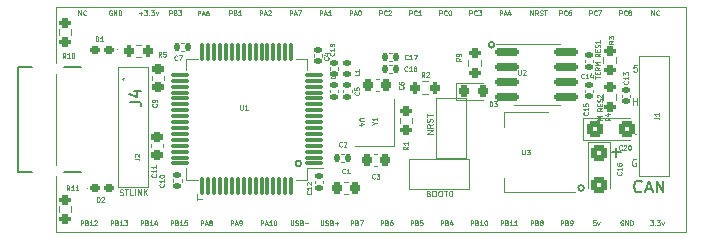
<source format=gto>
G04 #@! TF.GenerationSoftware,KiCad,Pcbnew,(6.0.7-1)-1*
G04 #@! TF.CreationDate,2022-09-30T10:49:52-04:00*
G04 #@! TF.ProjectId,F405_pill,46343035-5f70-4696-9c6c-2e6b69636164,rev?*
G04 #@! TF.SameCoordinates,Original*
G04 #@! TF.FileFunction,Legend,Top*
G04 #@! TF.FilePolarity,Positive*
%FSLAX46Y46*%
G04 Gerber Fmt 4.6, Leading zero omitted, Abs format (unit mm)*
G04 Created by KiCad (PCBNEW (6.0.7-1)-1) date 2022-09-30 10:49:52*
%MOMM*%
%LPD*%
G01*
G04 APERTURE LIST*
G04 Aperture macros list*
%AMRoundRect*
0 Rectangle with rounded corners*
0 $1 Rounding radius*
0 $2 $3 $4 $5 $6 $7 $8 $9 X,Y pos of 4 corners*
0 Add a 4 corners polygon primitive as box body*
4,1,4,$2,$3,$4,$5,$6,$7,$8,$9,$2,$3,0*
0 Add four circle primitives for the rounded corners*
1,1,$1+$1,$2,$3*
1,1,$1+$1,$4,$5*
1,1,$1+$1,$6,$7*
1,1,$1+$1,$8,$9*
0 Add four rect primitives between the rounded corners*
20,1,$1+$1,$2,$3,$4,$5,0*
20,1,$1+$1,$4,$5,$6,$7,0*
20,1,$1+$1,$6,$7,$8,$9,0*
20,1,$1+$1,$8,$9,$2,$3,0*%
G04 Aperture macros list end*
%ADD10C,0.200000*%
%ADD11C,0.060000*%
%ADD12C,0.080000*%
%ADD13C,0.150000*%
%ADD14C,0.090000*%
%ADD15C,0.100000*%
%ADD16C,0.070000*%
%ADD17C,0.120000*%
%ADD18C,0.127000*%
%ADD19RoundRect,0.225000X0.250000X-0.225000X0.250000X0.225000X-0.250000X0.225000X-0.250000X-0.225000X0*%
%ADD20RoundRect,0.225000X-0.250000X0.225000X-0.250000X-0.225000X0.250000X-0.225000X0.250000X0.225000X0*%
%ADD21RoundRect,0.140000X-0.170000X0.140000X-0.170000X-0.140000X0.170000X-0.140000X0.170000X0.140000X0*%
%ADD22RoundRect,0.140000X0.140000X0.170000X-0.140000X0.170000X-0.140000X-0.170000X0.140000X-0.170000X0*%
%ADD23RoundRect,0.200000X-0.275000X0.200000X-0.275000X-0.200000X0.275000X-0.200000X0.275000X0.200000X0*%
%ADD24R,2.000000X1.500000*%
%ADD25R,2.000000X3.800000*%
%ADD26C,1.524000*%
%ADD27R,1.200000X1.400000*%
%ADD28RoundRect,0.200000X0.275000X-0.200000X0.275000X0.200000X-0.275000X0.200000X-0.275000X-0.200000X0*%
%ADD29RoundRect,0.140000X0.170000X-0.140000X0.170000X0.140000X-0.170000X0.140000X-0.170000X-0.140000X0*%
%ADD30RoundRect,0.225000X-0.225000X-0.250000X0.225000X-0.250000X0.225000X0.250000X-0.225000X0.250000X0*%
%ADD31RoundRect,0.140000X-0.140000X-0.170000X0.140000X-0.170000X0.140000X0.170000X-0.140000X0.170000X0*%
%ADD32RoundRect,0.250000X-0.450000X-0.425000X0.450000X-0.425000X0.450000X0.425000X-0.450000X0.425000X0*%
%ADD33RoundRect,0.160000X0.222500X0.160000X-0.222500X0.160000X-0.222500X-0.160000X0.222500X-0.160000X0*%
%ADD34RoundRect,0.075000X0.700000X0.075000X-0.700000X0.075000X-0.700000X-0.075000X0.700000X-0.075000X0*%
%ADD35RoundRect,0.075000X0.075000X0.700000X-0.075000X0.700000X-0.075000X-0.700000X0.075000X-0.700000X0*%
%ADD36RoundRect,0.218750X-0.218750X-0.256250X0.218750X-0.256250X0.218750X0.256250X-0.218750X0.256250X0*%
%ADD37RoundRect,0.225000X0.225000X0.250000X-0.225000X0.250000X-0.225000X-0.250000X0.225000X-0.250000X0*%
%ADD38RoundRect,0.147500X-0.172500X0.147500X-0.172500X-0.147500X0.172500X-0.147500X0.172500X0.147500X0*%
%ADD39RoundRect,0.250000X-0.425000X0.450000X-0.425000X-0.450000X0.425000X-0.450000X0.425000X0.450000X0*%
%ADD40RoundRect,0.150000X-0.825000X-0.150000X0.825000X-0.150000X0.825000X0.150000X-0.825000X0.150000X0*%
%ADD41RoundRect,0.200000X0.200000X0.275000X-0.200000X0.275000X-0.200000X-0.275000X0.200000X-0.275000X0*%
%ADD42C,0.700000*%
%ADD43R,1.450000X0.600000*%
%ADD44R,1.450000X0.300000*%
%ADD45O,2.100000X1.050000*%
%ADD46RoundRect,0.160000X-0.222500X-0.160000X0.222500X-0.160000X0.222500X0.160000X-0.222500X0.160000X0*%
G04 APERTURE END LIST*
D10*
X133460832Y-78380000D02*
G75*
G03*
X133460832Y-78380000I-240832J0D01*
G01*
X141040832Y-90500000D02*
G75*
G03*
X141040832Y-90500000I-240832J0D01*
G01*
X117100832Y-88430000D02*
G75*
G03*
X117100832Y-88430000I-240832J0D01*
G01*
D11*
X128912238Y-93652952D02*
X128912238Y-93252952D01*
X129064619Y-93252952D01*
X129102714Y-93272000D01*
X129121761Y-93291047D01*
X129140809Y-93329142D01*
X129140809Y-93386285D01*
X129121761Y-93424380D01*
X129102714Y-93443428D01*
X129064619Y-93462476D01*
X128912238Y-93462476D01*
X129445571Y-93443428D02*
X129502714Y-93462476D01*
X129521761Y-93481523D01*
X129540809Y-93519619D01*
X129540809Y-93576761D01*
X129521761Y-93614857D01*
X129502714Y-93633904D01*
X129464619Y-93652952D01*
X129312238Y-93652952D01*
X129312238Y-93252952D01*
X129445571Y-93252952D01*
X129483666Y-93272000D01*
X129502714Y-93291047D01*
X129521761Y-93329142D01*
X129521761Y-93367238D01*
X129502714Y-93405333D01*
X129483666Y-93424380D01*
X129445571Y-93443428D01*
X129312238Y-93443428D01*
X129883666Y-93386285D02*
X129883666Y-93652952D01*
X129788428Y-93233904D02*
X129693190Y-93519619D01*
X129940809Y-93519619D01*
X118752238Y-93252952D02*
X118752238Y-93576761D01*
X118771285Y-93614857D01*
X118790333Y-93633904D01*
X118828428Y-93652952D01*
X118904619Y-93652952D01*
X118942714Y-93633904D01*
X118961761Y-93614857D01*
X118980809Y-93576761D01*
X118980809Y-93252952D01*
X119152238Y-93633904D02*
X119209380Y-93652952D01*
X119304619Y-93652952D01*
X119342714Y-93633904D01*
X119361761Y-93614857D01*
X119380809Y-93576761D01*
X119380809Y-93538666D01*
X119361761Y-93500571D01*
X119342714Y-93481523D01*
X119304619Y-93462476D01*
X119228428Y-93443428D01*
X119190333Y-93424380D01*
X119171285Y-93405333D01*
X119152238Y-93367238D01*
X119152238Y-93329142D01*
X119171285Y-93291047D01*
X119190333Y-93272000D01*
X119228428Y-93252952D01*
X119323666Y-93252952D01*
X119380809Y-93272000D01*
X119685571Y-93443428D02*
X119742714Y-93462476D01*
X119761761Y-93481523D01*
X119780809Y-93519619D01*
X119780809Y-93576761D01*
X119761761Y-93614857D01*
X119742714Y-93633904D01*
X119704619Y-93652952D01*
X119552238Y-93652952D01*
X119552238Y-93252952D01*
X119685571Y-93252952D01*
X119723666Y-93272000D01*
X119742714Y-93291047D01*
X119761761Y-93329142D01*
X119761761Y-93367238D01*
X119742714Y-93405333D01*
X119723666Y-93424380D01*
X119685571Y-93443428D01*
X119552238Y-93443428D01*
X119952238Y-93500571D02*
X120257000Y-93500571D01*
X120104619Y-93652952D02*
X120104619Y-93348190D01*
X113672238Y-93652952D02*
X113672238Y-93252952D01*
X113824619Y-93252952D01*
X113862714Y-93272000D01*
X113881761Y-93291047D01*
X113900809Y-93329142D01*
X113900809Y-93386285D01*
X113881761Y-93424380D01*
X113862714Y-93443428D01*
X113824619Y-93462476D01*
X113672238Y-93462476D01*
X114053190Y-93538666D02*
X114243666Y-93538666D01*
X114015095Y-93652952D02*
X114148428Y-93252952D01*
X114281761Y-93652952D01*
X114624619Y-93652952D02*
X114396047Y-93652952D01*
X114510333Y-93652952D02*
X114510333Y-93252952D01*
X114472238Y-93310095D01*
X114434142Y-93348190D01*
X114396047Y-93367238D01*
X114872238Y-93252952D02*
X114910333Y-93252952D01*
X114948428Y-93272000D01*
X114967476Y-93291047D01*
X114986523Y-93329142D01*
X115005571Y-93405333D01*
X115005571Y-93500571D01*
X114986523Y-93576761D01*
X114967476Y-93614857D01*
X114948428Y-93633904D01*
X114910333Y-93652952D01*
X114872238Y-93652952D01*
X114834142Y-93633904D01*
X114815095Y-93614857D01*
X114796047Y-93576761D01*
X114777000Y-93500571D01*
X114777000Y-93405333D01*
X114796047Y-93329142D01*
X114815095Y-93291047D01*
X114834142Y-93272000D01*
X114872238Y-93252952D01*
X146654142Y-93252952D02*
X146901761Y-93252952D01*
X146768428Y-93405333D01*
X146825571Y-93405333D01*
X146863666Y-93424380D01*
X146882714Y-93443428D01*
X146901761Y-93481523D01*
X146901761Y-93576761D01*
X146882714Y-93614857D01*
X146863666Y-93633904D01*
X146825571Y-93652952D01*
X146711285Y-93652952D01*
X146673190Y-93633904D01*
X146654142Y-93614857D01*
X147073190Y-93614857D02*
X147092238Y-93633904D01*
X147073190Y-93652952D01*
X147054142Y-93633904D01*
X147073190Y-93614857D01*
X147073190Y-93652952D01*
X147225571Y-93252952D02*
X147473190Y-93252952D01*
X147339857Y-93405333D01*
X147397000Y-93405333D01*
X147435095Y-93424380D01*
X147454142Y-93443428D01*
X147473190Y-93481523D01*
X147473190Y-93576761D01*
X147454142Y-93614857D01*
X147435095Y-93633904D01*
X147397000Y-93652952D01*
X147282714Y-93652952D01*
X147244619Y-93633904D01*
X147225571Y-93614857D01*
X147606523Y-93386285D02*
X147701761Y-93652952D01*
X147797000Y-93386285D01*
X103512238Y-93652952D02*
X103512238Y-93252952D01*
X103664619Y-93252952D01*
X103702714Y-93272000D01*
X103721761Y-93291047D01*
X103740809Y-93329142D01*
X103740809Y-93386285D01*
X103721761Y-93424380D01*
X103702714Y-93443428D01*
X103664619Y-93462476D01*
X103512238Y-93462476D01*
X104045571Y-93443428D02*
X104102714Y-93462476D01*
X104121761Y-93481523D01*
X104140809Y-93519619D01*
X104140809Y-93576761D01*
X104121761Y-93614857D01*
X104102714Y-93633904D01*
X104064619Y-93652952D01*
X103912238Y-93652952D01*
X103912238Y-93252952D01*
X104045571Y-93252952D01*
X104083666Y-93272000D01*
X104102714Y-93291047D01*
X104121761Y-93329142D01*
X104121761Y-93367238D01*
X104102714Y-93405333D01*
X104083666Y-93424380D01*
X104045571Y-93443428D01*
X103912238Y-93443428D01*
X104521761Y-93652952D02*
X104293190Y-93652952D01*
X104407476Y-93652952D02*
X104407476Y-93252952D01*
X104369380Y-93310095D01*
X104331285Y-93348190D01*
X104293190Y-93367238D01*
X104864619Y-93386285D02*
X104864619Y-93652952D01*
X104769380Y-93233904D02*
X104674142Y-93519619D01*
X104921761Y-93519619D01*
X113579333Y-75872952D02*
X113579333Y-75472952D01*
X113731714Y-75472952D01*
X113769809Y-75492000D01*
X113788857Y-75511047D01*
X113807904Y-75549142D01*
X113807904Y-75606285D01*
X113788857Y-75644380D01*
X113769809Y-75663428D01*
X113731714Y-75682476D01*
X113579333Y-75682476D01*
X113960285Y-75758666D02*
X114150761Y-75758666D01*
X113922190Y-75872952D02*
X114055523Y-75472952D01*
X114188857Y-75872952D01*
X114303142Y-75511047D02*
X114322190Y-75492000D01*
X114360285Y-75472952D01*
X114455523Y-75472952D01*
X114493619Y-75492000D01*
X114512666Y-75511047D01*
X114531714Y-75549142D01*
X114531714Y-75587238D01*
X114512666Y-75644380D01*
X114284095Y-75872952D01*
X114531714Y-75872952D01*
X136502857Y-75872952D02*
X136502857Y-75472952D01*
X136731428Y-75872952D01*
X136731428Y-75472952D01*
X137150476Y-75872952D02*
X137017142Y-75682476D01*
X136921904Y-75872952D02*
X136921904Y-75472952D01*
X137074285Y-75472952D01*
X137112380Y-75492000D01*
X137131428Y-75511047D01*
X137150476Y-75549142D01*
X137150476Y-75606285D01*
X137131428Y-75644380D01*
X137112380Y-75663428D01*
X137074285Y-75682476D01*
X136921904Y-75682476D01*
X137302857Y-75853904D02*
X137360000Y-75872952D01*
X137455238Y-75872952D01*
X137493333Y-75853904D01*
X137512380Y-75834857D01*
X137531428Y-75796761D01*
X137531428Y-75758666D01*
X137512380Y-75720571D01*
X137493333Y-75701523D01*
X137455238Y-75682476D01*
X137379047Y-75663428D01*
X137340952Y-75644380D01*
X137321904Y-75625333D01*
X137302857Y-75587238D01*
X137302857Y-75549142D01*
X137321904Y-75511047D01*
X137340952Y-75492000D01*
X137379047Y-75472952D01*
X137474285Y-75472952D01*
X137531428Y-75492000D01*
X137645714Y-75472952D02*
X137874285Y-75472952D01*
X137760000Y-75872952D02*
X137760000Y-75472952D01*
X103359047Y-75720571D02*
X103663809Y-75720571D01*
X103511428Y-75872952D02*
X103511428Y-75568190D01*
X103816190Y-75472952D02*
X104063809Y-75472952D01*
X103930476Y-75625333D01*
X103987619Y-75625333D01*
X104025714Y-75644380D01*
X104044761Y-75663428D01*
X104063809Y-75701523D01*
X104063809Y-75796761D01*
X104044761Y-75834857D01*
X104025714Y-75853904D01*
X103987619Y-75872952D01*
X103873333Y-75872952D01*
X103835238Y-75853904D01*
X103816190Y-75834857D01*
X104235238Y-75834857D02*
X104254285Y-75853904D01*
X104235238Y-75872952D01*
X104216190Y-75853904D01*
X104235238Y-75834857D01*
X104235238Y-75872952D01*
X104387619Y-75472952D02*
X104635238Y-75472952D01*
X104501904Y-75625333D01*
X104559047Y-75625333D01*
X104597142Y-75644380D01*
X104616190Y-75663428D01*
X104635238Y-75701523D01*
X104635238Y-75796761D01*
X104616190Y-75834857D01*
X104597142Y-75853904D01*
X104559047Y-75872952D01*
X104444761Y-75872952D01*
X104406666Y-75853904D01*
X104387619Y-75834857D01*
X104768571Y-75606285D02*
X104863809Y-75872952D01*
X104959047Y-75606285D01*
X98432238Y-93652952D02*
X98432238Y-93252952D01*
X98584619Y-93252952D01*
X98622714Y-93272000D01*
X98641761Y-93291047D01*
X98660809Y-93329142D01*
X98660809Y-93386285D01*
X98641761Y-93424380D01*
X98622714Y-93443428D01*
X98584619Y-93462476D01*
X98432238Y-93462476D01*
X98965571Y-93443428D02*
X99022714Y-93462476D01*
X99041761Y-93481523D01*
X99060809Y-93519619D01*
X99060809Y-93576761D01*
X99041761Y-93614857D01*
X99022714Y-93633904D01*
X98984619Y-93652952D01*
X98832238Y-93652952D01*
X98832238Y-93252952D01*
X98965571Y-93252952D01*
X99003666Y-93272000D01*
X99022714Y-93291047D01*
X99041761Y-93329142D01*
X99041761Y-93367238D01*
X99022714Y-93405333D01*
X99003666Y-93424380D01*
X98965571Y-93443428D01*
X98832238Y-93443428D01*
X99441761Y-93652952D02*
X99213190Y-93652952D01*
X99327476Y-93652952D02*
X99327476Y-93252952D01*
X99289380Y-93310095D01*
X99251285Y-93348190D01*
X99213190Y-93367238D01*
X99594142Y-93291047D02*
X99613190Y-93272000D01*
X99651285Y-93252952D01*
X99746523Y-93252952D01*
X99784619Y-93272000D01*
X99803666Y-93291047D01*
X99822714Y-93329142D01*
X99822714Y-93367238D01*
X99803666Y-93424380D01*
X99575095Y-93652952D01*
X99822714Y-93652952D01*
D12*
X145530857Y-80063428D02*
X145245142Y-80063428D01*
X145216571Y-80349142D01*
X145245142Y-80320571D01*
X145302285Y-80292000D01*
X145445142Y-80292000D01*
X145502285Y-80320571D01*
X145530857Y-80349142D01*
X145559428Y-80406285D01*
X145559428Y-80549142D01*
X145530857Y-80606285D01*
X145502285Y-80634857D01*
X145445142Y-80663428D01*
X145302285Y-80663428D01*
X145245142Y-80634857D01*
X145216571Y-80606285D01*
D13*
X145915142Y-90781142D02*
X145867523Y-90828761D01*
X145724666Y-90876380D01*
X145629428Y-90876380D01*
X145486571Y-90828761D01*
X145391333Y-90733523D01*
X145343714Y-90638285D01*
X145296095Y-90447809D01*
X145296095Y-90304952D01*
X145343714Y-90114476D01*
X145391333Y-90019238D01*
X145486571Y-89924000D01*
X145629428Y-89876380D01*
X145724666Y-89876380D01*
X145867523Y-89924000D01*
X145915142Y-89971619D01*
X146296095Y-90590666D02*
X146772285Y-90590666D01*
X146200857Y-90876380D02*
X146534190Y-89876380D01*
X146867523Y-90876380D01*
X147200857Y-90876380D02*
X147200857Y-89876380D01*
X147772285Y-90876380D01*
X147772285Y-89876380D01*
D14*
X128226190Y-85921428D02*
X127726190Y-85921428D01*
X128226190Y-85635714D01*
X127726190Y-85635714D01*
X128226190Y-85111904D02*
X127988095Y-85278571D01*
X128226190Y-85397619D02*
X127726190Y-85397619D01*
X127726190Y-85207142D01*
X127750000Y-85159523D01*
X127773809Y-85135714D01*
X127821428Y-85111904D01*
X127892857Y-85111904D01*
X127940476Y-85135714D01*
X127964285Y-85159523D01*
X127988095Y-85207142D01*
X127988095Y-85397619D01*
X128202380Y-84921428D02*
X128226190Y-84850000D01*
X128226190Y-84730952D01*
X128202380Y-84683333D01*
X128178571Y-84659523D01*
X128130952Y-84635714D01*
X128083333Y-84635714D01*
X128035714Y-84659523D01*
X128011904Y-84683333D01*
X127988095Y-84730952D01*
X127964285Y-84826190D01*
X127940476Y-84873809D01*
X127916666Y-84897619D01*
X127869047Y-84921428D01*
X127821428Y-84921428D01*
X127773809Y-84897619D01*
X127750000Y-84873809D01*
X127726190Y-84826190D01*
X127726190Y-84707142D01*
X127750000Y-84635714D01*
X127726190Y-84492857D02*
X127726190Y-84207142D01*
X128226190Y-84350000D02*
X127726190Y-84350000D01*
X127883333Y-90964285D02*
X127954761Y-90988095D01*
X127978571Y-91011904D01*
X128002380Y-91059523D01*
X128002380Y-91130952D01*
X127978571Y-91178571D01*
X127954761Y-91202380D01*
X127907142Y-91226190D01*
X127716666Y-91226190D01*
X127716666Y-90726190D01*
X127883333Y-90726190D01*
X127930952Y-90750000D01*
X127954761Y-90773809D01*
X127978571Y-90821428D01*
X127978571Y-90869047D01*
X127954761Y-90916666D01*
X127930952Y-90940476D01*
X127883333Y-90964285D01*
X127716666Y-90964285D01*
X128311904Y-90726190D02*
X128407142Y-90726190D01*
X128454761Y-90750000D01*
X128502380Y-90797619D01*
X128526190Y-90892857D01*
X128526190Y-91059523D01*
X128502380Y-91154761D01*
X128454761Y-91202380D01*
X128407142Y-91226190D01*
X128311904Y-91226190D01*
X128264285Y-91202380D01*
X128216666Y-91154761D01*
X128192857Y-91059523D01*
X128192857Y-90892857D01*
X128216666Y-90797619D01*
X128264285Y-90750000D01*
X128311904Y-90726190D01*
X128835714Y-90726190D02*
X128930952Y-90726190D01*
X128978571Y-90750000D01*
X129026190Y-90797619D01*
X129050000Y-90892857D01*
X129050000Y-91059523D01*
X129026190Y-91154761D01*
X128978571Y-91202380D01*
X128930952Y-91226190D01*
X128835714Y-91226190D01*
X128788095Y-91202380D01*
X128740476Y-91154761D01*
X128716666Y-91059523D01*
X128716666Y-90892857D01*
X128740476Y-90797619D01*
X128788095Y-90750000D01*
X128835714Y-90726190D01*
X129192857Y-90726190D02*
X129478571Y-90726190D01*
X129335714Y-91226190D02*
X129335714Y-90726190D01*
X129740476Y-90726190D02*
X129788095Y-90726190D01*
X129835714Y-90750000D01*
X129859523Y-90773809D01*
X129883333Y-90821428D01*
X129907142Y-90916666D01*
X129907142Y-91035714D01*
X129883333Y-91130952D01*
X129859523Y-91178571D01*
X129835714Y-91202380D01*
X129788095Y-91226190D01*
X129740476Y-91226190D01*
X129692857Y-91202380D01*
X129669047Y-91178571D01*
X129645238Y-91130952D01*
X129621428Y-91035714D01*
X129621428Y-90916666D01*
X129645238Y-90821428D01*
X129669047Y-90773809D01*
X129692857Y-90750000D01*
X129740476Y-90726190D01*
D11*
X121292238Y-93652952D02*
X121292238Y-93252952D01*
X121444619Y-93252952D01*
X121482714Y-93272000D01*
X121501761Y-93291047D01*
X121520809Y-93329142D01*
X121520809Y-93386285D01*
X121501761Y-93424380D01*
X121482714Y-93443428D01*
X121444619Y-93462476D01*
X121292238Y-93462476D01*
X121825571Y-93443428D02*
X121882714Y-93462476D01*
X121901761Y-93481523D01*
X121920809Y-93519619D01*
X121920809Y-93576761D01*
X121901761Y-93614857D01*
X121882714Y-93633904D01*
X121844619Y-93652952D01*
X121692238Y-93652952D01*
X121692238Y-93252952D01*
X121825571Y-93252952D01*
X121863666Y-93272000D01*
X121882714Y-93291047D01*
X121901761Y-93329142D01*
X121901761Y-93367238D01*
X121882714Y-93405333D01*
X121863666Y-93424380D01*
X121825571Y-93443428D01*
X121692238Y-93443428D01*
X122054142Y-93252952D02*
X122320809Y-93252952D01*
X122149380Y-93652952D01*
X101041238Y-75492000D02*
X101003142Y-75472952D01*
X100946000Y-75472952D01*
X100888857Y-75492000D01*
X100850761Y-75530095D01*
X100831714Y-75568190D01*
X100812666Y-75644380D01*
X100812666Y-75701523D01*
X100831714Y-75777714D01*
X100850761Y-75815809D01*
X100888857Y-75853904D01*
X100946000Y-75872952D01*
X100984095Y-75872952D01*
X101041238Y-75853904D01*
X101060285Y-75834857D01*
X101060285Y-75701523D01*
X100984095Y-75701523D01*
X101231714Y-75872952D02*
X101231714Y-75472952D01*
X101460285Y-75872952D01*
X101460285Y-75472952D01*
X101650761Y-75872952D02*
X101650761Y-75472952D01*
X101746000Y-75472952D01*
X101803142Y-75492000D01*
X101841238Y-75530095D01*
X101860285Y-75568190D01*
X101879333Y-75644380D01*
X101879333Y-75701523D01*
X101860285Y-75777714D01*
X101841238Y-75815809D01*
X101803142Y-75853904D01*
X101746000Y-75872952D01*
X101650761Y-75872952D01*
D12*
X145216571Y-83463428D02*
X145216571Y-82863428D01*
X145216571Y-83149142D02*
X145559428Y-83149142D01*
X145559428Y-83463428D02*
X145559428Y-82863428D01*
D11*
X128790761Y-75872952D02*
X128790761Y-75472952D01*
X128943142Y-75472952D01*
X128981238Y-75492000D01*
X129000285Y-75511047D01*
X129019333Y-75549142D01*
X129019333Y-75606285D01*
X129000285Y-75644380D01*
X128981238Y-75663428D01*
X128943142Y-75682476D01*
X128790761Y-75682476D01*
X129419333Y-75834857D02*
X129400285Y-75853904D01*
X129343142Y-75872952D01*
X129305047Y-75872952D01*
X129247904Y-75853904D01*
X129209809Y-75815809D01*
X129190761Y-75777714D01*
X129171714Y-75701523D01*
X129171714Y-75644380D01*
X129190761Y-75568190D01*
X129209809Y-75530095D01*
X129247904Y-75492000D01*
X129305047Y-75472952D01*
X129343142Y-75472952D01*
X129400285Y-75492000D01*
X129419333Y-75511047D01*
X129666952Y-75472952D02*
X129705047Y-75472952D01*
X129743142Y-75492000D01*
X129762190Y-75511047D01*
X129781238Y-75549142D01*
X129800285Y-75625333D01*
X129800285Y-75720571D01*
X129781238Y-75796761D01*
X129762190Y-75834857D01*
X129743142Y-75853904D01*
X129705047Y-75872952D01*
X129666952Y-75872952D01*
X129628857Y-75853904D01*
X129609809Y-75834857D01*
X129590761Y-75796761D01*
X129571714Y-75720571D01*
X129571714Y-75625333D01*
X129590761Y-75549142D01*
X129609809Y-75511047D01*
X129628857Y-75492000D01*
X129666952Y-75472952D01*
D15*
X142180952Y-85838095D02*
X142180952Y-85609523D01*
X142580952Y-85723809D02*
X142180952Y-85723809D01*
X142371428Y-85476190D02*
X142371428Y-85342857D01*
X142580952Y-85285714D02*
X142580952Y-85476190D01*
X142180952Y-85476190D01*
X142180952Y-85285714D01*
X142580952Y-84885714D02*
X142390476Y-85019047D01*
X142580952Y-85114285D02*
X142180952Y-85114285D01*
X142180952Y-84961904D01*
X142200000Y-84923809D01*
X142219047Y-84904761D01*
X142257142Y-84885714D01*
X142314285Y-84885714D01*
X142352380Y-84904761D01*
X142371428Y-84923809D01*
X142390476Y-84961904D01*
X142390476Y-85114285D01*
X142580952Y-84714285D02*
X142180952Y-84714285D01*
X142466666Y-84580952D01*
X142180952Y-84447619D01*
X142580952Y-84447619D01*
X142580952Y-83723809D02*
X142390476Y-83857142D01*
X142580952Y-83952380D02*
X142180952Y-83952380D01*
X142180952Y-83800000D01*
X142200000Y-83761904D01*
X142219047Y-83742857D01*
X142257142Y-83723809D01*
X142314285Y-83723809D01*
X142352380Y-83742857D01*
X142371428Y-83761904D01*
X142390476Y-83800000D01*
X142390476Y-83952380D01*
X142371428Y-83552380D02*
X142371428Y-83419047D01*
X142580952Y-83361904D02*
X142580952Y-83552380D01*
X142180952Y-83552380D01*
X142180952Y-83361904D01*
X142561904Y-83209523D02*
X142580952Y-83152380D01*
X142580952Y-83057142D01*
X142561904Y-83019047D01*
X142542857Y-83000000D01*
X142504761Y-82980952D01*
X142466666Y-82980952D01*
X142428571Y-83000000D01*
X142409523Y-83019047D01*
X142390476Y-83057142D01*
X142371428Y-83133333D01*
X142352380Y-83171428D01*
X142333333Y-83190476D01*
X142295238Y-83209523D01*
X142257142Y-83209523D01*
X142219047Y-83190476D01*
X142200000Y-83171428D01*
X142180952Y-83133333D01*
X142180952Y-83038095D01*
X142200000Y-82980952D01*
X142219047Y-82828571D02*
X142200000Y-82809523D01*
X142180952Y-82771428D01*
X142180952Y-82676190D01*
X142200000Y-82638095D01*
X142219047Y-82619047D01*
X142257142Y-82600000D01*
X142295238Y-82600000D01*
X142352380Y-82619047D01*
X142580952Y-82847619D01*
X142580952Y-82600000D01*
D11*
X142024714Y-93252952D02*
X141834238Y-93252952D01*
X141815190Y-93443428D01*
X141834238Y-93424380D01*
X141872333Y-93405333D01*
X141967571Y-93405333D01*
X142005666Y-93424380D01*
X142024714Y-93443428D01*
X142043761Y-93481523D01*
X142043761Y-93576761D01*
X142024714Y-93614857D01*
X142005666Y-93633904D01*
X141967571Y-93652952D01*
X141872333Y-93652952D01*
X141834238Y-93633904D01*
X141815190Y-93614857D01*
X142177095Y-93386285D02*
X142272333Y-93652952D01*
X142367571Y-93386285D01*
X136532238Y-93652952D02*
X136532238Y-93252952D01*
X136684619Y-93252952D01*
X136722714Y-93272000D01*
X136741761Y-93291047D01*
X136760809Y-93329142D01*
X136760809Y-93386285D01*
X136741761Y-93424380D01*
X136722714Y-93443428D01*
X136684619Y-93462476D01*
X136532238Y-93462476D01*
X137065571Y-93443428D02*
X137122714Y-93462476D01*
X137141761Y-93481523D01*
X137160809Y-93519619D01*
X137160809Y-93576761D01*
X137141761Y-93614857D01*
X137122714Y-93633904D01*
X137084619Y-93652952D01*
X136932238Y-93652952D01*
X136932238Y-93252952D01*
X137065571Y-93252952D01*
X137103666Y-93272000D01*
X137122714Y-93291047D01*
X137141761Y-93329142D01*
X137141761Y-93367238D01*
X137122714Y-93405333D01*
X137103666Y-93424380D01*
X137065571Y-93443428D01*
X136932238Y-93443428D01*
X137389380Y-93424380D02*
X137351285Y-93405333D01*
X137332238Y-93386285D01*
X137313190Y-93348190D01*
X137313190Y-93329142D01*
X137332238Y-93291047D01*
X137351285Y-93272000D01*
X137389380Y-93252952D01*
X137465571Y-93252952D01*
X137503666Y-93272000D01*
X137522714Y-93291047D01*
X137541761Y-93329142D01*
X137541761Y-93348190D01*
X137522714Y-93386285D01*
X137503666Y-93405333D01*
X137465571Y-93424380D01*
X137389380Y-93424380D01*
X137351285Y-93443428D01*
X137332238Y-93462476D01*
X137313190Y-93500571D01*
X137313190Y-93576761D01*
X137332238Y-93614857D01*
X137351285Y-93633904D01*
X137389380Y-93652952D01*
X137465571Y-93652952D01*
X137503666Y-93633904D01*
X137522714Y-93614857D01*
X137541761Y-93576761D01*
X137541761Y-93500571D01*
X137522714Y-93462476D01*
X137503666Y-93443428D01*
X137465571Y-93424380D01*
X139072238Y-93652952D02*
X139072238Y-93252952D01*
X139224619Y-93252952D01*
X139262714Y-93272000D01*
X139281761Y-93291047D01*
X139300809Y-93329142D01*
X139300809Y-93386285D01*
X139281761Y-93424380D01*
X139262714Y-93443428D01*
X139224619Y-93462476D01*
X139072238Y-93462476D01*
X139605571Y-93443428D02*
X139662714Y-93462476D01*
X139681761Y-93481523D01*
X139700809Y-93519619D01*
X139700809Y-93576761D01*
X139681761Y-93614857D01*
X139662714Y-93633904D01*
X139624619Y-93652952D01*
X139472238Y-93652952D01*
X139472238Y-93252952D01*
X139605571Y-93252952D01*
X139643666Y-93272000D01*
X139662714Y-93291047D01*
X139681761Y-93329142D01*
X139681761Y-93367238D01*
X139662714Y-93405333D01*
X139643666Y-93424380D01*
X139605571Y-93443428D01*
X139472238Y-93443428D01*
X139891285Y-93652952D02*
X139967476Y-93652952D01*
X140005571Y-93633904D01*
X140024619Y-93614857D01*
X140062714Y-93557714D01*
X140081761Y-93481523D01*
X140081761Y-93329142D01*
X140062714Y-93291047D01*
X140043666Y-93272000D01*
X140005571Y-93252952D01*
X139929380Y-93252952D01*
X139891285Y-93272000D01*
X139872238Y-93291047D01*
X139853190Y-93329142D01*
X139853190Y-93424380D01*
X139872238Y-93462476D01*
X139891285Y-93481523D01*
X139929380Y-93500571D01*
X140005571Y-93500571D01*
X140043666Y-93481523D01*
X140062714Y-93462476D01*
X140081761Y-93424380D01*
X123832238Y-93652952D02*
X123832238Y-93252952D01*
X123984619Y-93252952D01*
X124022714Y-93272000D01*
X124041761Y-93291047D01*
X124060809Y-93329142D01*
X124060809Y-93386285D01*
X124041761Y-93424380D01*
X124022714Y-93443428D01*
X123984619Y-93462476D01*
X123832238Y-93462476D01*
X124365571Y-93443428D02*
X124422714Y-93462476D01*
X124441761Y-93481523D01*
X124460809Y-93519619D01*
X124460809Y-93576761D01*
X124441761Y-93614857D01*
X124422714Y-93633904D01*
X124384619Y-93652952D01*
X124232238Y-93652952D01*
X124232238Y-93252952D01*
X124365571Y-93252952D01*
X124403666Y-93272000D01*
X124422714Y-93291047D01*
X124441761Y-93329142D01*
X124441761Y-93367238D01*
X124422714Y-93405333D01*
X124403666Y-93424380D01*
X124365571Y-93443428D01*
X124232238Y-93443428D01*
X124803666Y-93252952D02*
X124727476Y-93252952D01*
X124689380Y-93272000D01*
X124670333Y-93291047D01*
X124632238Y-93348190D01*
X124613190Y-93424380D01*
X124613190Y-93576761D01*
X124632238Y-93614857D01*
X124651285Y-93633904D01*
X124689380Y-93652952D01*
X124765571Y-93652952D01*
X124803666Y-93633904D01*
X124822714Y-93614857D01*
X124841761Y-93576761D01*
X124841761Y-93481523D01*
X124822714Y-93443428D01*
X124803666Y-93424380D01*
X124765571Y-93405333D01*
X124689380Y-93405333D01*
X124651285Y-93424380D01*
X124632238Y-93443428D01*
X124613190Y-93481523D01*
X100972238Y-93652952D02*
X100972238Y-93252952D01*
X101124619Y-93252952D01*
X101162714Y-93272000D01*
X101181761Y-93291047D01*
X101200809Y-93329142D01*
X101200809Y-93386285D01*
X101181761Y-93424380D01*
X101162714Y-93443428D01*
X101124619Y-93462476D01*
X100972238Y-93462476D01*
X101505571Y-93443428D02*
X101562714Y-93462476D01*
X101581761Y-93481523D01*
X101600809Y-93519619D01*
X101600809Y-93576761D01*
X101581761Y-93614857D01*
X101562714Y-93633904D01*
X101524619Y-93652952D01*
X101372238Y-93652952D01*
X101372238Y-93252952D01*
X101505571Y-93252952D01*
X101543666Y-93272000D01*
X101562714Y-93291047D01*
X101581761Y-93329142D01*
X101581761Y-93367238D01*
X101562714Y-93405333D01*
X101543666Y-93424380D01*
X101505571Y-93443428D01*
X101372238Y-93443428D01*
X101981761Y-93652952D02*
X101753190Y-93652952D01*
X101867476Y-93652952D02*
X101867476Y-93252952D01*
X101829380Y-93310095D01*
X101791285Y-93348190D01*
X101753190Y-93367238D01*
X102115095Y-93252952D02*
X102362714Y-93252952D01*
X102229380Y-93405333D01*
X102286523Y-93405333D01*
X102324619Y-93424380D01*
X102343666Y-93443428D01*
X102362714Y-93481523D01*
X102362714Y-93576761D01*
X102343666Y-93614857D01*
X102324619Y-93633904D01*
X102286523Y-93652952D01*
X102172238Y-93652952D01*
X102134142Y-93633904D01*
X102115095Y-93614857D01*
X141490761Y-75872952D02*
X141490761Y-75472952D01*
X141643142Y-75472952D01*
X141681238Y-75492000D01*
X141700285Y-75511047D01*
X141719333Y-75549142D01*
X141719333Y-75606285D01*
X141700285Y-75644380D01*
X141681238Y-75663428D01*
X141643142Y-75682476D01*
X141490761Y-75682476D01*
X142119333Y-75834857D02*
X142100285Y-75853904D01*
X142043142Y-75872952D01*
X142005047Y-75872952D01*
X141947904Y-75853904D01*
X141909809Y-75815809D01*
X141890761Y-75777714D01*
X141871714Y-75701523D01*
X141871714Y-75644380D01*
X141890761Y-75568190D01*
X141909809Y-75530095D01*
X141947904Y-75492000D01*
X142005047Y-75472952D01*
X142043142Y-75472952D01*
X142100285Y-75492000D01*
X142119333Y-75511047D01*
X142252666Y-75472952D02*
X142519333Y-75472952D01*
X142347904Y-75872952D01*
X121199333Y-75872952D02*
X121199333Y-75472952D01*
X121351714Y-75472952D01*
X121389809Y-75492000D01*
X121408857Y-75511047D01*
X121427904Y-75549142D01*
X121427904Y-75606285D01*
X121408857Y-75644380D01*
X121389809Y-75663428D01*
X121351714Y-75682476D01*
X121199333Y-75682476D01*
X121580285Y-75758666D02*
X121770761Y-75758666D01*
X121542190Y-75872952D02*
X121675523Y-75472952D01*
X121808857Y-75872952D01*
X122018380Y-75472952D02*
X122056476Y-75472952D01*
X122094571Y-75492000D01*
X122113619Y-75511047D01*
X122132666Y-75549142D01*
X122151714Y-75625333D01*
X122151714Y-75720571D01*
X122132666Y-75796761D01*
X122113619Y-75834857D01*
X122094571Y-75853904D01*
X122056476Y-75872952D01*
X122018380Y-75872952D01*
X121980285Y-75853904D01*
X121961238Y-75834857D01*
X121942190Y-75796761D01*
X121923142Y-75720571D01*
X121923142Y-75625333D01*
X121942190Y-75549142D01*
X121961238Y-75511047D01*
X121980285Y-75492000D01*
X122018380Y-75472952D01*
D12*
X145445142Y-88092000D02*
X145388000Y-88063428D01*
X145302285Y-88063428D01*
X145216571Y-88092000D01*
X145159428Y-88149142D01*
X145130857Y-88206285D01*
X145102285Y-88320571D01*
X145102285Y-88406285D01*
X145130857Y-88520571D01*
X145159428Y-88577714D01*
X145216571Y-88634857D01*
X145302285Y-88663428D01*
X145359428Y-88663428D01*
X145445142Y-88634857D01*
X145473714Y-88606285D01*
X145473714Y-88406285D01*
X145359428Y-88406285D01*
D11*
X131452238Y-93652952D02*
X131452238Y-93252952D01*
X131604619Y-93252952D01*
X131642714Y-93272000D01*
X131661761Y-93291047D01*
X131680809Y-93329142D01*
X131680809Y-93386285D01*
X131661761Y-93424380D01*
X131642714Y-93443428D01*
X131604619Y-93462476D01*
X131452238Y-93462476D01*
X131985571Y-93443428D02*
X132042714Y-93462476D01*
X132061761Y-93481523D01*
X132080809Y-93519619D01*
X132080809Y-93576761D01*
X132061761Y-93614857D01*
X132042714Y-93633904D01*
X132004619Y-93652952D01*
X131852238Y-93652952D01*
X131852238Y-93252952D01*
X131985571Y-93252952D01*
X132023666Y-93272000D01*
X132042714Y-93291047D01*
X132061761Y-93329142D01*
X132061761Y-93367238D01*
X132042714Y-93405333D01*
X132023666Y-93424380D01*
X131985571Y-93443428D01*
X131852238Y-93443428D01*
X132461761Y-93652952D02*
X132233190Y-93652952D01*
X132347476Y-93652952D02*
X132347476Y-93252952D01*
X132309380Y-93310095D01*
X132271285Y-93348190D01*
X132233190Y-93367238D01*
X132709380Y-93252952D02*
X132747476Y-93252952D01*
X132785571Y-93272000D01*
X132804619Y-93291047D01*
X132823666Y-93329142D01*
X132842714Y-93405333D01*
X132842714Y-93500571D01*
X132823666Y-93576761D01*
X132804619Y-93614857D01*
X132785571Y-93633904D01*
X132747476Y-93652952D01*
X132709380Y-93652952D01*
X132671285Y-93633904D01*
X132652238Y-93614857D01*
X132633190Y-93576761D01*
X132614142Y-93500571D01*
X132614142Y-93405333D01*
X132633190Y-93329142D01*
X132652238Y-93291047D01*
X132671285Y-93272000D01*
X132709380Y-93252952D01*
X133992238Y-93652952D02*
X133992238Y-93252952D01*
X134144619Y-93252952D01*
X134182714Y-93272000D01*
X134201761Y-93291047D01*
X134220809Y-93329142D01*
X134220809Y-93386285D01*
X134201761Y-93424380D01*
X134182714Y-93443428D01*
X134144619Y-93462476D01*
X133992238Y-93462476D01*
X134525571Y-93443428D02*
X134582714Y-93462476D01*
X134601761Y-93481523D01*
X134620809Y-93519619D01*
X134620809Y-93576761D01*
X134601761Y-93614857D01*
X134582714Y-93633904D01*
X134544619Y-93652952D01*
X134392238Y-93652952D01*
X134392238Y-93252952D01*
X134525571Y-93252952D01*
X134563666Y-93272000D01*
X134582714Y-93291047D01*
X134601761Y-93329142D01*
X134601761Y-93367238D01*
X134582714Y-93405333D01*
X134563666Y-93424380D01*
X134525571Y-93443428D01*
X134392238Y-93443428D01*
X135001761Y-93652952D02*
X134773190Y-93652952D01*
X134887476Y-93652952D02*
X134887476Y-93252952D01*
X134849380Y-93310095D01*
X134811285Y-93348190D01*
X134773190Y-93367238D01*
X135382714Y-93652952D02*
X135154142Y-93652952D01*
X135268428Y-93652952D02*
X135268428Y-93252952D01*
X135230333Y-93310095D01*
X135192238Y-93348190D01*
X135154142Y-93367238D01*
D13*
X143389047Y-87461428D02*
X144150952Y-87461428D01*
X143770000Y-87842380D02*
X143770000Y-87080476D01*
D11*
X111010761Y-75872952D02*
X111010761Y-75472952D01*
X111163142Y-75472952D01*
X111201238Y-75492000D01*
X111220285Y-75511047D01*
X111239333Y-75549142D01*
X111239333Y-75606285D01*
X111220285Y-75644380D01*
X111201238Y-75663428D01*
X111163142Y-75682476D01*
X111010761Y-75682476D01*
X111544095Y-75663428D02*
X111601238Y-75682476D01*
X111620285Y-75701523D01*
X111639333Y-75739619D01*
X111639333Y-75796761D01*
X111620285Y-75834857D01*
X111601238Y-75853904D01*
X111563142Y-75872952D01*
X111410761Y-75872952D01*
X111410761Y-75472952D01*
X111544095Y-75472952D01*
X111582190Y-75492000D01*
X111601238Y-75511047D01*
X111620285Y-75549142D01*
X111620285Y-75587238D01*
X111601238Y-75625333D01*
X111582190Y-75644380D01*
X111544095Y-75663428D01*
X111410761Y-75663428D01*
X112020285Y-75872952D02*
X111791714Y-75872952D01*
X111906000Y-75872952D02*
X111906000Y-75472952D01*
X111867904Y-75530095D01*
X111829809Y-75568190D01*
X111791714Y-75587238D01*
X108333333Y-75880952D02*
X108333333Y-75480952D01*
X108485714Y-75480952D01*
X108523809Y-75500000D01*
X108542857Y-75519047D01*
X108561904Y-75557142D01*
X108561904Y-75614285D01*
X108542857Y-75652380D01*
X108523809Y-75671428D01*
X108485714Y-75690476D01*
X108333333Y-75690476D01*
X108714285Y-75766666D02*
X108904761Y-75766666D01*
X108676190Y-75880952D02*
X108809523Y-75480952D01*
X108942857Y-75880952D01*
X109247619Y-75480952D02*
X109171428Y-75480952D01*
X109133333Y-75500000D01*
X109114285Y-75519047D01*
X109076190Y-75576190D01*
X109057142Y-75652380D01*
X109057142Y-75804761D01*
X109076190Y-75842857D01*
X109095238Y-75861904D01*
X109133333Y-75880952D01*
X109209523Y-75880952D01*
X109247619Y-75861904D01*
X109266666Y-75842857D01*
X109285714Y-75804761D01*
X109285714Y-75709523D01*
X109266666Y-75671428D01*
X109247619Y-75652380D01*
X109209523Y-75633333D01*
X109133333Y-75633333D01*
X109095238Y-75652380D01*
X109076190Y-75671428D01*
X109057142Y-75709523D01*
X123710761Y-75872952D02*
X123710761Y-75472952D01*
X123863142Y-75472952D01*
X123901238Y-75492000D01*
X123920285Y-75511047D01*
X123939333Y-75549142D01*
X123939333Y-75606285D01*
X123920285Y-75644380D01*
X123901238Y-75663428D01*
X123863142Y-75682476D01*
X123710761Y-75682476D01*
X124339333Y-75834857D02*
X124320285Y-75853904D01*
X124263142Y-75872952D01*
X124225047Y-75872952D01*
X124167904Y-75853904D01*
X124129809Y-75815809D01*
X124110761Y-75777714D01*
X124091714Y-75701523D01*
X124091714Y-75644380D01*
X124110761Y-75568190D01*
X124129809Y-75530095D01*
X124167904Y-75492000D01*
X124225047Y-75472952D01*
X124263142Y-75472952D01*
X124320285Y-75492000D01*
X124339333Y-75511047D01*
X124491714Y-75511047D02*
X124510761Y-75492000D01*
X124548857Y-75472952D01*
X124644095Y-75472952D01*
X124682190Y-75492000D01*
X124701238Y-75511047D01*
X124720285Y-75549142D01*
X124720285Y-75587238D01*
X124701238Y-75644380D01*
X124472666Y-75872952D01*
X124720285Y-75872952D01*
X133899333Y-75872952D02*
X133899333Y-75472952D01*
X134051714Y-75472952D01*
X134089809Y-75492000D01*
X134108857Y-75511047D01*
X134127904Y-75549142D01*
X134127904Y-75606285D01*
X134108857Y-75644380D01*
X134089809Y-75663428D01*
X134051714Y-75682476D01*
X133899333Y-75682476D01*
X134280285Y-75758666D02*
X134470761Y-75758666D01*
X134242190Y-75872952D02*
X134375523Y-75472952D01*
X134508857Y-75872952D01*
X134813619Y-75606285D02*
X134813619Y-75872952D01*
X134718380Y-75453904D02*
X134623142Y-75739619D01*
X134870761Y-75739619D01*
X116119333Y-75872952D02*
X116119333Y-75472952D01*
X116271714Y-75472952D01*
X116309809Y-75492000D01*
X116328857Y-75511047D01*
X116347904Y-75549142D01*
X116347904Y-75606285D01*
X116328857Y-75644380D01*
X116309809Y-75663428D01*
X116271714Y-75682476D01*
X116119333Y-75682476D01*
X116500285Y-75758666D02*
X116690761Y-75758666D01*
X116462190Y-75872952D02*
X116595523Y-75472952D01*
X116728857Y-75872952D01*
X116824095Y-75472952D02*
X117090761Y-75472952D01*
X116919333Y-75872952D01*
X144361761Y-93272000D02*
X144323666Y-93252952D01*
X144266523Y-93252952D01*
X144209380Y-93272000D01*
X144171285Y-93310095D01*
X144152238Y-93348190D01*
X144133190Y-93424380D01*
X144133190Y-93481523D01*
X144152238Y-93557714D01*
X144171285Y-93595809D01*
X144209380Y-93633904D01*
X144266523Y-93652952D01*
X144304619Y-93652952D01*
X144361761Y-93633904D01*
X144380809Y-93614857D01*
X144380809Y-93481523D01*
X144304619Y-93481523D01*
X144552238Y-93652952D02*
X144552238Y-93252952D01*
X144780809Y-93652952D01*
X144780809Y-93252952D01*
X144971285Y-93652952D02*
X144971285Y-93252952D01*
X145066523Y-93252952D01*
X145123666Y-93272000D01*
X145161761Y-93310095D01*
X145180809Y-93348190D01*
X145199857Y-93424380D01*
X145199857Y-93481523D01*
X145180809Y-93557714D01*
X145161761Y-93595809D01*
X145123666Y-93633904D01*
X145066523Y-93652952D01*
X144971285Y-93652952D01*
X111132238Y-93652952D02*
X111132238Y-93252952D01*
X111284619Y-93252952D01*
X111322714Y-93272000D01*
X111341761Y-93291047D01*
X111360809Y-93329142D01*
X111360809Y-93386285D01*
X111341761Y-93424380D01*
X111322714Y-93443428D01*
X111284619Y-93462476D01*
X111132238Y-93462476D01*
X111513190Y-93538666D02*
X111703666Y-93538666D01*
X111475095Y-93652952D02*
X111608428Y-93252952D01*
X111741761Y-93652952D01*
X111894142Y-93652952D02*
X111970333Y-93652952D01*
X112008428Y-93633904D01*
X112027476Y-93614857D01*
X112065571Y-93557714D01*
X112084619Y-93481523D01*
X112084619Y-93329142D01*
X112065571Y-93291047D01*
X112046523Y-93272000D01*
X112008428Y-93252952D01*
X111932238Y-93252952D01*
X111894142Y-93272000D01*
X111875095Y-93291047D01*
X111856047Y-93329142D01*
X111856047Y-93424380D01*
X111875095Y-93462476D01*
X111894142Y-93481523D01*
X111932238Y-93500571D01*
X112008428Y-93500571D01*
X112046523Y-93481523D01*
X112065571Y-93462476D01*
X112084619Y-93424380D01*
X105930761Y-75872952D02*
X105930761Y-75472952D01*
X106083142Y-75472952D01*
X106121238Y-75492000D01*
X106140285Y-75511047D01*
X106159333Y-75549142D01*
X106159333Y-75606285D01*
X106140285Y-75644380D01*
X106121238Y-75663428D01*
X106083142Y-75682476D01*
X105930761Y-75682476D01*
X106464095Y-75663428D02*
X106521238Y-75682476D01*
X106540285Y-75701523D01*
X106559333Y-75739619D01*
X106559333Y-75796761D01*
X106540285Y-75834857D01*
X106521238Y-75853904D01*
X106483142Y-75872952D01*
X106330761Y-75872952D01*
X106330761Y-75472952D01*
X106464095Y-75472952D01*
X106502190Y-75492000D01*
X106521238Y-75511047D01*
X106540285Y-75549142D01*
X106540285Y-75587238D01*
X106521238Y-75625333D01*
X106502190Y-75644380D01*
X106464095Y-75663428D01*
X106330761Y-75663428D01*
X106692666Y-75472952D02*
X106940285Y-75472952D01*
X106806952Y-75625333D01*
X106864095Y-75625333D01*
X106902190Y-75644380D01*
X106921238Y-75663428D01*
X106940285Y-75701523D01*
X106940285Y-75796761D01*
X106921238Y-75834857D01*
X106902190Y-75853904D01*
X106864095Y-75872952D01*
X106749809Y-75872952D01*
X106711714Y-75853904D01*
X106692666Y-75834857D01*
D12*
X145473714Y-85963428D02*
X145188000Y-85963428D01*
X145188000Y-85363428D01*
D11*
X126372238Y-93652952D02*
X126372238Y-93252952D01*
X126524619Y-93252952D01*
X126562714Y-93272000D01*
X126581761Y-93291047D01*
X126600809Y-93329142D01*
X126600809Y-93386285D01*
X126581761Y-93424380D01*
X126562714Y-93443428D01*
X126524619Y-93462476D01*
X126372238Y-93462476D01*
X126905571Y-93443428D02*
X126962714Y-93462476D01*
X126981761Y-93481523D01*
X127000809Y-93519619D01*
X127000809Y-93576761D01*
X126981761Y-93614857D01*
X126962714Y-93633904D01*
X126924619Y-93652952D01*
X126772238Y-93652952D01*
X126772238Y-93252952D01*
X126905571Y-93252952D01*
X126943666Y-93272000D01*
X126962714Y-93291047D01*
X126981761Y-93329142D01*
X126981761Y-93367238D01*
X126962714Y-93405333D01*
X126943666Y-93424380D01*
X126905571Y-93443428D01*
X126772238Y-93443428D01*
X127362714Y-93252952D02*
X127172238Y-93252952D01*
X127153190Y-93443428D01*
X127172238Y-93424380D01*
X127210333Y-93405333D01*
X127305571Y-93405333D01*
X127343666Y-93424380D01*
X127362714Y-93443428D01*
X127381761Y-93481523D01*
X127381761Y-93576761D01*
X127362714Y-93614857D01*
X127343666Y-93633904D01*
X127305571Y-93652952D01*
X127210333Y-93652952D01*
X127172238Y-93633904D01*
X127153190Y-93614857D01*
X118659333Y-75872952D02*
X118659333Y-75472952D01*
X118811714Y-75472952D01*
X118849809Y-75492000D01*
X118868857Y-75511047D01*
X118887904Y-75549142D01*
X118887904Y-75606285D01*
X118868857Y-75644380D01*
X118849809Y-75663428D01*
X118811714Y-75682476D01*
X118659333Y-75682476D01*
X119040285Y-75758666D02*
X119230761Y-75758666D01*
X119002190Y-75872952D02*
X119135523Y-75472952D01*
X119268857Y-75872952D01*
X119611714Y-75872952D02*
X119383142Y-75872952D01*
X119497428Y-75872952D02*
X119497428Y-75472952D01*
X119459333Y-75530095D01*
X119421238Y-75568190D01*
X119383142Y-75587238D01*
D16*
X101733333Y-91102380D02*
X101804761Y-91126190D01*
X101923809Y-91126190D01*
X101971428Y-91102380D01*
X101995238Y-91078571D01*
X102019047Y-91030952D01*
X102019047Y-90983333D01*
X101995238Y-90935714D01*
X101971428Y-90911904D01*
X101923809Y-90888095D01*
X101828571Y-90864285D01*
X101780952Y-90840476D01*
X101757142Y-90816666D01*
X101733333Y-90769047D01*
X101733333Y-90721428D01*
X101757142Y-90673809D01*
X101780952Y-90650000D01*
X101828571Y-90626190D01*
X101947619Y-90626190D01*
X102019047Y-90650000D01*
X102161904Y-90626190D02*
X102447619Y-90626190D01*
X102304761Y-91126190D02*
X102304761Y-90626190D01*
X102852380Y-91126190D02*
X102614285Y-91126190D01*
X102614285Y-90626190D01*
X103019047Y-91126190D02*
X103019047Y-90626190D01*
X103257142Y-91126190D02*
X103257142Y-90626190D01*
X103542857Y-91126190D01*
X103542857Y-90626190D01*
X103780952Y-91126190D02*
X103780952Y-90626190D01*
X104066666Y-91126190D02*
X103852380Y-90840476D01*
X104066666Y-90626190D02*
X103780952Y-90911904D01*
D11*
X146751714Y-75872952D02*
X146751714Y-75472952D01*
X146980285Y-75872952D01*
X146980285Y-75472952D01*
X147399333Y-75834857D02*
X147380285Y-75853904D01*
X147323142Y-75872952D01*
X147285047Y-75872952D01*
X147227904Y-75853904D01*
X147189809Y-75815809D01*
X147170761Y-75777714D01*
X147151714Y-75701523D01*
X147151714Y-75644380D01*
X147170761Y-75568190D01*
X147189809Y-75530095D01*
X147227904Y-75492000D01*
X147285047Y-75472952D01*
X147323142Y-75472952D01*
X147380285Y-75492000D01*
X147399333Y-75511047D01*
X138950761Y-75872952D02*
X138950761Y-75472952D01*
X139103142Y-75472952D01*
X139141238Y-75492000D01*
X139160285Y-75511047D01*
X139179333Y-75549142D01*
X139179333Y-75606285D01*
X139160285Y-75644380D01*
X139141238Y-75663428D01*
X139103142Y-75682476D01*
X138950761Y-75682476D01*
X139579333Y-75834857D02*
X139560285Y-75853904D01*
X139503142Y-75872952D01*
X139465047Y-75872952D01*
X139407904Y-75853904D01*
X139369809Y-75815809D01*
X139350761Y-75777714D01*
X139331714Y-75701523D01*
X139331714Y-75644380D01*
X139350761Y-75568190D01*
X139369809Y-75530095D01*
X139407904Y-75492000D01*
X139465047Y-75472952D01*
X139503142Y-75472952D01*
X139560285Y-75492000D01*
X139579333Y-75511047D01*
X139922190Y-75472952D02*
X139846000Y-75472952D01*
X139807904Y-75492000D01*
X139788857Y-75511047D01*
X139750761Y-75568190D01*
X139731714Y-75644380D01*
X139731714Y-75796761D01*
X139750761Y-75834857D01*
X139769809Y-75853904D01*
X139807904Y-75872952D01*
X139884095Y-75872952D01*
X139922190Y-75853904D01*
X139941238Y-75834857D01*
X139960285Y-75796761D01*
X139960285Y-75701523D01*
X139941238Y-75663428D01*
X139922190Y-75644380D01*
X139884095Y-75625333D01*
X139807904Y-75625333D01*
X139769809Y-75644380D01*
X139750761Y-75663428D01*
X139731714Y-75701523D01*
X144030761Y-75872952D02*
X144030761Y-75472952D01*
X144183142Y-75472952D01*
X144221238Y-75492000D01*
X144240285Y-75511047D01*
X144259333Y-75549142D01*
X144259333Y-75606285D01*
X144240285Y-75644380D01*
X144221238Y-75663428D01*
X144183142Y-75682476D01*
X144030761Y-75682476D01*
X144659333Y-75834857D02*
X144640285Y-75853904D01*
X144583142Y-75872952D01*
X144545047Y-75872952D01*
X144487904Y-75853904D01*
X144449809Y-75815809D01*
X144430761Y-75777714D01*
X144411714Y-75701523D01*
X144411714Y-75644380D01*
X144430761Y-75568190D01*
X144449809Y-75530095D01*
X144487904Y-75492000D01*
X144545047Y-75472952D01*
X144583142Y-75472952D01*
X144640285Y-75492000D01*
X144659333Y-75511047D01*
X144887904Y-75644380D02*
X144849809Y-75625333D01*
X144830761Y-75606285D01*
X144811714Y-75568190D01*
X144811714Y-75549142D01*
X144830761Y-75511047D01*
X144849809Y-75492000D01*
X144887904Y-75472952D01*
X144964095Y-75472952D01*
X145002190Y-75492000D01*
X145021238Y-75511047D01*
X145040285Y-75549142D01*
X145040285Y-75568190D01*
X145021238Y-75606285D01*
X145002190Y-75625333D01*
X144964095Y-75644380D01*
X144887904Y-75644380D01*
X144849809Y-75663428D01*
X144830761Y-75682476D01*
X144811714Y-75720571D01*
X144811714Y-75796761D01*
X144830761Y-75834857D01*
X144849809Y-75853904D01*
X144887904Y-75872952D01*
X144964095Y-75872952D01*
X145002190Y-75853904D01*
X145021238Y-75834857D01*
X145040285Y-75796761D01*
X145040285Y-75720571D01*
X145021238Y-75682476D01*
X145002190Y-75663428D01*
X144964095Y-75644380D01*
D15*
X141980952Y-81238095D02*
X141980952Y-81009523D01*
X142380952Y-81123809D02*
X141980952Y-81123809D01*
X142171428Y-80876190D02*
X142171428Y-80742857D01*
X142380952Y-80685714D02*
X142380952Y-80876190D01*
X141980952Y-80876190D01*
X141980952Y-80685714D01*
X142380952Y-80285714D02*
X142190476Y-80419047D01*
X142380952Y-80514285D02*
X141980952Y-80514285D01*
X141980952Y-80361904D01*
X142000000Y-80323809D01*
X142019047Y-80304761D01*
X142057142Y-80285714D01*
X142114285Y-80285714D01*
X142152380Y-80304761D01*
X142171428Y-80323809D01*
X142190476Y-80361904D01*
X142190476Y-80514285D01*
X142380952Y-80114285D02*
X141980952Y-80114285D01*
X142266666Y-79980952D01*
X141980952Y-79847619D01*
X142380952Y-79847619D01*
X142380952Y-79123809D02*
X142190476Y-79257142D01*
X142380952Y-79352380D02*
X141980952Y-79352380D01*
X141980952Y-79200000D01*
X142000000Y-79161904D01*
X142019047Y-79142857D01*
X142057142Y-79123809D01*
X142114285Y-79123809D01*
X142152380Y-79142857D01*
X142171428Y-79161904D01*
X142190476Y-79200000D01*
X142190476Y-79352380D01*
X142171428Y-78952380D02*
X142171428Y-78819047D01*
X142380952Y-78761904D02*
X142380952Y-78952380D01*
X141980952Y-78952380D01*
X141980952Y-78761904D01*
X142361904Y-78609523D02*
X142380952Y-78552380D01*
X142380952Y-78457142D01*
X142361904Y-78419047D01*
X142342857Y-78400000D01*
X142304761Y-78380952D01*
X142266666Y-78380952D01*
X142228571Y-78400000D01*
X142209523Y-78419047D01*
X142190476Y-78457142D01*
X142171428Y-78533333D01*
X142152380Y-78571428D01*
X142133333Y-78590476D01*
X142095238Y-78609523D01*
X142057142Y-78609523D01*
X142019047Y-78590476D01*
X142000000Y-78571428D01*
X141980952Y-78533333D01*
X141980952Y-78438095D01*
X142000000Y-78380952D01*
X142380952Y-78000000D02*
X142380952Y-78228571D01*
X142380952Y-78114285D02*
X141980952Y-78114285D01*
X142038095Y-78152380D01*
X142076190Y-78190476D01*
X142095238Y-78228571D01*
D11*
X126250761Y-75872952D02*
X126250761Y-75472952D01*
X126403142Y-75472952D01*
X126441238Y-75492000D01*
X126460285Y-75511047D01*
X126479333Y-75549142D01*
X126479333Y-75606285D01*
X126460285Y-75644380D01*
X126441238Y-75663428D01*
X126403142Y-75682476D01*
X126250761Y-75682476D01*
X126879333Y-75834857D02*
X126860285Y-75853904D01*
X126803142Y-75872952D01*
X126765047Y-75872952D01*
X126707904Y-75853904D01*
X126669809Y-75815809D01*
X126650761Y-75777714D01*
X126631714Y-75701523D01*
X126631714Y-75644380D01*
X126650761Y-75568190D01*
X126669809Y-75530095D01*
X126707904Y-75492000D01*
X126765047Y-75472952D01*
X126803142Y-75472952D01*
X126860285Y-75492000D01*
X126879333Y-75511047D01*
X127260285Y-75872952D02*
X127031714Y-75872952D01*
X127146000Y-75872952D02*
X127146000Y-75472952D01*
X127107904Y-75530095D01*
X127069809Y-75568190D01*
X127031714Y-75587238D01*
X116212238Y-93252952D02*
X116212238Y-93576761D01*
X116231285Y-93614857D01*
X116250333Y-93633904D01*
X116288428Y-93652952D01*
X116364619Y-93652952D01*
X116402714Y-93633904D01*
X116421761Y-93614857D01*
X116440809Y-93576761D01*
X116440809Y-93252952D01*
X116612238Y-93633904D02*
X116669380Y-93652952D01*
X116764619Y-93652952D01*
X116802714Y-93633904D01*
X116821761Y-93614857D01*
X116840809Y-93576761D01*
X116840809Y-93538666D01*
X116821761Y-93500571D01*
X116802714Y-93481523D01*
X116764619Y-93462476D01*
X116688428Y-93443428D01*
X116650333Y-93424380D01*
X116631285Y-93405333D01*
X116612238Y-93367238D01*
X116612238Y-93329142D01*
X116631285Y-93291047D01*
X116650333Y-93272000D01*
X116688428Y-93252952D01*
X116783666Y-93252952D01*
X116840809Y-93272000D01*
X117145571Y-93443428D02*
X117202714Y-93462476D01*
X117221761Y-93481523D01*
X117240809Y-93519619D01*
X117240809Y-93576761D01*
X117221761Y-93614857D01*
X117202714Y-93633904D01*
X117164619Y-93652952D01*
X117012238Y-93652952D01*
X117012238Y-93252952D01*
X117145571Y-93252952D01*
X117183666Y-93272000D01*
X117202714Y-93291047D01*
X117221761Y-93329142D01*
X117221761Y-93367238D01*
X117202714Y-93405333D01*
X117183666Y-93424380D01*
X117145571Y-93443428D01*
X117012238Y-93443428D01*
X117412238Y-93500571D02*
X117717000Y-93500571D01*
X106052238Y-93652952D02*
X106052238Y-93252952D01*
X106204619Y-93252952D01*
X106242714Y-93272000D01*
X106261761Y-93291047D01*
X106280809Y-93329142D01*
X106280809Y-93386285D01*
X106261761Y-93424380D01*
X106242714Y-93443428D01*
X106204619Y-93462476D01*
X106052238Y-93462476D01*
X106585571Y-93443428D02*
X106642714Y-93462476D01*
X106661761Y-93481523D01*
X106680809Y-93519619D01*
X106680809Y-93576761D01*
X106661761Y-93614857D01*
X106642714Y-93633904D01*
X106604619Y-93652952D01*
X106452238Y-93652952D01*
X106452238Y-93252952D01*
X106585571Y-93252952D01*
X106623666Y-93272000D01*
X106642714Y-93291047D01*
X106661761Y-93329142D01*
X106661761Y-93367238D01*
X106642714Y-93405333D01*
X106623666Y-93424380D01*
X106585571Y-93443428D01*
X106452238Y-93443428D01*
X107061761Y-93652952D02*
X106833190Y-93652952D01*
X106947476Y-93652952D02*
X106947476Y-93252952D01*
X106909380Y-93310095D01*
X106871285Y-93348190D01*
X106833190Y-93367238D01*
X107423666Y-93252952D02*
X107233190Y-93252952D01*
X107214142Y-93443428D01*
X107233190Y-93424380D01*
X107271285Y-93405333D01*
X107366523Y-93405333D01*
X107404619Y-93424380D01*
X107423666Y-93443428D01*
X107442714Y-93481523D01*
X107442714Y-93576761D01*
X107423666Y-93614857D01*
X107404619Y-93633904D01*
X107366523Y-93652952D01*
X107271285Y-93652952D01*
X107233190Y-93633904D01*
X107214142Y-93614857D01*
X98237714Y-75872952D02*
X98237714Y-75472952D01*
X98466285Y-75872952D01*
X98466285Y-75472952D01*
X98885333Y-75834857D02*
X98866285Y-75853904D01*
X98809142Y-75872952D01*
X98771047Y-75872952D01*
X98713904Y-75853904D01*
X98675809Y-75815809D01*
X98656761Y-75777714D01*
X98637714Y-75701523D01*
X98637714Y-75644380D01*
X98656761Y-75568190D01*
X98675809Y-75530095D01*
X98713904Y-75492000D01*
X98771047Y-75472952D01*
X98809142Y-75472952D01*
X98866285Y-75492000D01*
X98885333Y-75511047D01*
X108592238Y-93652952D02*
X108592238Y-93252952D01*
X108744619Y-93252952D01*
X108782714Y-93272000D01*
X108801761Y-93291047D01*
X108820809Y-93329142D01*
X108820809Y-93386285D01*
X108801761Y-93424380D01*
X108782714Y-93443428D01*
X108744619Y-93462476D01*
X108592238Y-93462476D01*
X108973190Y-93538666D02*
X109163666Y-93538666D01*
X108935095Y-93652952D02*
X109068428Y-93252952D01*
X109201761Y-93652952D01*
X109392238Y-93424380D02*
X109354142Y-93405333D01*
X109335095Y-93386285D01*
X109316047Y-93348190D01*
X109316047Y-93329142D01*
X109335095Y-93291047D01*
X109354142Y-93272000D01*
X109392238Y-93252952D01*
X109468428Y-93252952D01*
X109506523Y-93272000D01*
X109525571Y-93291047D01*
X109544619Y-93329142D01*
X109544619Y-93348190D01*
X109525571Y-93386285D01*
X109506523Y-93405333D01*
X109468428Y-93424380D01*
X109392238Y-93424380D01*
X109354142Y-93443428D01*
X109335095Y-93462476D01*
X109316047Y-93500571D01*
X109316047Y-93576761D01*
X109335095Y-93614857D01*
X109354142Y-93633904D01*
X109392238Y-93652952D01*
X109468428Y-93652952D01*
X109506523Y-93633904D01*
X109525571Y-93614857D01*
X109544619Y-93576761D01*
X109544619Y-93500571D01*
X109525571Y-93462476D01*
X109506523Y-93443428D01*
X109468428Y-93424380D01*
X131330761Y-75872952D02*
X131330761Y-75472952D01*
X131483142Y-75472952D01*
X131521238Y-75492000D01*
X131540285Y-75511047D01*
X131559333Y-75549142D01*
X131559333Y-75606285D01*
X131540285Y-75644380D01*
X131521238Y-75663428D01*
X131483142Y-75682476D01*
X131330761Y-75682476D01*
X131959333Y-75834857D02*
X131940285Y-75853904D01*
X131883142Y-75872952D01*
X131845047Y-75872952D01*
X131787904Y-75853904D01*
X131749809Y-75815809D01*
X131730761Y-75777714D01*
X131711714Y-75701523D01*
X131711714Y-75644380D01*
X131730761Y-75568190D01*
X131749809Y-75530095D01*
X131787904Y-75492000D01*
X131845047Y-75472952D01*
X131883142Y-75472952D01*
X131940285Y-75492000D01*
X131959333Y-75511047D01*
X132092666Y-75472952D02*
X132340285Y-75472952D01*
X132206952Y-75625333D01*
X132264095Y-75625333D01*
X132302190Y-75644380D01*
X132321238Y-75663428D01*
X132340285Y-75701523D01*
X132340285Y-75796761D01*
X132321238Y-75834857D01*
X132302190Y-75853904D01*
X132264095Y-75872952D01*
X132149809Y-75872952D01*
X132111714Y-75853904D01*
X132092666Y-75834857D01*
D15*
X104784857Y-89339142D02*
X104803904Y-89358190D01*
X104822952Y-89415333D01*
X104822952Y-89453428D01*
X104803904Y-89510571D01*
X104765809Y-89548666D01*
X104727714Y-89567714D01*
X104651523Y-89586761D01*
X104594380Y-89586761D01*
X104518190Y-89567714D01*
X104480095Y-89548666D01*
X104442000Y-89510571D01*
X104422952Y-89453428D01*
X104422952Y-89415333D01*
X104442000Y-89358190D01*
X104461047Y-89339142D01*
X104822952Y-88958190D02*
X104822952Y-89186761D01*
X104822952Y-89072476D02*
X104422952Y-89072476D01*
X104480095Y-89110571D01*
X104518190Y-89148666D01*
X104537238Y-89186761D01*
X104822952Y-88577238D02*
X104822952Y-88805809D01*
X104822952Y-88691523D02*
X104422952Y-88691523D01*
X104480095Y-88729619D01*
X104518190Y-88767714D01*
X104537238Y-88805809D01*
X104844857Y-83398666D02*
X104863904Y-83417714D01*
X104882952Y-83474857D01*
X104882952Y-83512952D01*
X104863904Y-83570095D01*
X104825809Y-83608190D01*
X104787714Y-83627238D01*
X104711523Y-83646285D01*
X104654380Y-83646285D01*
X104578190Y-83627238D01*
X104540095Y-83608190D01*
X104502000Y-83570095D01*
X104482952Y-83512952D01*
X104482952Y-83474857D01*
X104502000Y-83417714D01*
X104521047Y-83398666D01*
X104882952Y-83208190D02*
X104882952Y-83132000D01*
X104863904Y-83093904D01*
X104844857Y-83074857D01*
X104787714Y-83036761D01*
X104711523Y-83017714D01*
X104559142Y-83017714D01*
X104521047Y-83036761D01*
X104502000Y-83055809D01*
X104482952Y-83093904D01*
X104482952Y-83170095D01*
X104502000Y-83208190D01*
X104521047Y-83227238D01*
X104559142Y-83246285D01*
X104654380Y-83246285D01*
X104692476Y-83227238D01*
X104711523Y-83208190D01*
X104730571Y-83170095D01*
X104730571Y-83093904D01*
X104711523Y-83055809D01*
X104692476Y-83036761D01*
X104654380Y-83017714D01*
X105449857Y-90169142D02*
X105468904Y-90188190D01*
X105487952Y-90245333D01*
X105487952Y-90283428D01*
X105468904Y-90340571D01*
X105430809Y-90378666D01*
X105392714Y-90397714D01*
X105316523Y-90416761D01*
X105259380Y-90416761D01*
X105183190Y-90397714D01*
X105145095Y-90378666D01*
X105107000Y-90340571D01*
X105087952Y-90283428D01*
X105087952Y-90245333D01*
X105107000Y-90188190D01*
X105126047Y-90169142D01*
X105487952Y-89788190D02*
X105487952Y-90016761D01*
X105487952Y-89902476D02*
X105087952Y-89902476D01*
X105145095Y-89940571D01*
X105183190Y-89978666D01*
X105202238Y-90016761D01*
X105087952Y-89540571D02*
X105087952Y-89502476D01*
X105107000Y-89464380D01*
X105126047Y-89445333D01*
X105164142Y-89426285D01*
X105240333Y-89407238D01*
X105335571Y-89407238D01*
X105411761Y-89426285D01*
X105449857Y-89445333D01*
X105468904Y-89464380D01*
X105487952Y-89502476D01*
X105487952Y-89540571D01*
X105468904Y-89578666D01*
X105449857Y-89597714D01*
X105411761Y-89616761D01*
X105335571Y-89635809D01*
X105240333Y-89635809D01*
X105164142Y-89616761D01*
X105126047Y-89597714D01*
X105107000Y-89578666D01*
X105087952Y-89540571D01*
X106613333Y-79644857D02*
X106594285Y-79663904D01*
X106537142Y-79682952D01*
X106499047Y-79682952D01*
X106441904Y-79663904D01*
X106403809Y-79625809D01*
X106384761Y-79587714D01*
X106365714Y-79511523D01*
X106365714Y-79454380D01*
X106384761Y-79378190D01*
X106403809Y-79340095D01*
X106441904Y-79302000D01*
X106499047Y-79282952D01*
X106537142Y-79282952D01*
X106594285Y-79302000D01*
X106613333Y-79321047D01*
X106746666Y-79282952D02*
X107013333Y-79282952D01*
X106841904Y-79682952D01*
X97474857Y-90692952D02*
X97341523Y-90502476D01*
X97246285Y-90692952D02*
X97246285Y-90292952D01*
X97398666Y-90292952D01*
X97436761Y-90312000D01*
X97455809Y-90331047D01*
X97474857Y-90369142D01*
X97474857Y-90426285D01*
X97455809Y-90464380D01*
X97436761Y-90483428D01*
X97398666Y-90502476D01*
X97246285Y-90502476D01*
X97855809Y-90692952D02*
X97627238Y-90692952D01*
X97741523Y-90692952D02*
X97741523Y-90292952D01*
X97703428Y-90350095D01*
X97665333Y-90388190D01*
X97627238Y-90407238D01*
X98236761Y-90692952D02*
X98008190Y-90692952D01*
X98122476Y-90692952D02*
X98122476Y-90292952D01*
X98084380Y-90350095D01*
X98046285Y-90388190D01*
X98008190Y-90407238D01*
X135827238Y-87267952D02*
X135827238Y-87591761D01*
X135846285Y-87629857D01*
X135865333Y-87648904D01*
X135903428Y-87667952D01*
X135979619Y-87667952D01*
X136017714Y-87648904D01*
X136036761Y-87629857D01*
X136055809Y-87591761D01*
X136055809Y-87267952D01*
X136208190Y-87267952D02*
X136455809Y-87267952D01*
X136322476Y-87420333D01*
X136379619Y-87420333D01*
X136417714Y-87439380D01*
X136436761Y-87458428D01*
X136455809Y-87496523D01*
X136455809Y-87591761D01*
X136436761Y-87629857D01*
X136417714Y-87648904D01*
X136379619Y-87667952D01*
X136265333Y-87667952D01*
X136227238Y-87648904D01*
X136208190Y-87629857D01*
X146987952Y-84545333D02*
X147273666Y-84545333D01*
X147330809Y-84564380D01*
X147368904Y-84602476D01*
X147387952Y-84659619D01*
X147387952Y-84697714D01*
X147387952Y-84145333D02*
X147387952Y-84373904D01*
X147387952Y-84259619D02*
X146987952Y-84259619D01*
X147045095Y-84297714D01*
X147083190Y-84335809D01*
X147102238Y-84373904D01*
X123322476Y-85027476D02*
X123512952Y-85027476D01*
X123112952Y-85160809D02*
X123322476Y-85027476D01*
X123112952Y-84894142D01*
X123512952Y-84551285D02*
X123512952Y-84779857D01*
X123512952Y-84665571D02*
X123112952Y-84665571D01*
X123170095Y-84703666D01*
X123208190Y-84741761D01*
X123227238Y-84779857D01*
X97142857Y-79480952D02*
X97009523Y-79290476D01*
X96914285Y-79480952D02*
X96914285Y-79080952D01*
X97066666Y-79080952D01*
X97104761Y-79100000D01*
X97123809Y-79119047D01*
X97142857Y-79157142D01*
X97142857Y-79214285D01*
X97123809Y-79252380D01*
X97104761Y-79271428D01*
X97066666Y-79290476D01*
X96914285Y-79290476D01*
X97523809Y-79480952D02*
X97295238Y-79480952D01*
X97409523Y-79480952D02*
X97409523Y-79080952D01*
X97371428Y-79138095D01*
X97333333Y-79176190D01*
X97295238Y-79195238D01*
X97771428Y-79080952D02*
X97809523Y-79080952D01*
X97847619Y-79100000D01*
X97866666Y-79119047D01*
X97885714Y-79157142D01*
X97904761Y-79233333D01*
X97904761Y-79328571D01*
X97885714Y-79404761D01*
X97866666Y-79442857D01*
X97847619Y-79461904D01*
X97809523Y-79480952D01*
X97771428Y-79480952D01*
X97733333Y-79461904D01*
X97714285Y-79442857D01*
X97695238Y-79404761D01*
X97676190Y-79328571D01*
X97676190Y-79233333D01*
X97695238Y-79157142D01*
X97714285Y-79119047D01*
X97733333Y-79100000D01*
X97771428Y-79080952D01*
X119862857Y-79057142D02*
X119881904Y-79076190D01*
X119900952Y-79133333D01*
X119900952Y-79171428D01*
X119881904Y-79228571D01*
X119843809Y-79266666D01*
X119805714Y-79285714D01*
X119729523Y-79304761D01*
X119672380Y-79304761D01*
X119596190Y-79285714D01*
X119558095Y-79266666D01*
X119520000Y-79228571D01*
X119500952Y-79171428D01*
X119500952Y-79133333D01*
X119520000Y-79076190D01*
X119539047Y-79057142D01*
X119900952Y-78676190D02*
X119900952Y-78904761D01*
X119900952Y-78790476D02*
X119500952Y-78790476D01*
X119558095Y-78828571D01*
X119596190Y-78866666D01*
X119615238Y-78904761D01*
X119900952Y-78485714D02*
X119900952Y-78409523D01*
X119881904Y-78371428D01*
X119862857Y-78352380D01*
X119805714Y-78314285D01*
X119729523Y-78295238D01*
X119577142Y-78295238D01*
X119539047Y-78314285D01*
X119520000Y-78333333D01*
X119500952Y-78371428D01*
X119500952Y-78447619D01*
X119520000Y-78485714D01*
X119539047Y-78504761D01*
X119577142Y-78523809D01*
X119672380Y-78523809D01*
X119710476Y-78504761D01*
X119729523Y-78485714D01*
X119748571Y-78447619D01*
X119748571Y-78371428D01*
X119729523Y-78333333D01*
X119710476Y-78314285D01*
X119672380Y-78295238D01*
X119382857Y-79456666D02*
X119401904Y-79475714D01*
X119420952Y-79532857D01*
X119420952Y-79570952D01*
X119401904Y-79628095D01*
X119363809Y-79666190D01*
X119325714Y-79685238D01*
X119249523Y-79704285D01*
X119192380Y-79704285D01*
X119116190Y-79685238D01*
X119078095Y-79666190D01*
X119040000Y-79628095D01*
X119020952Y-79570952D01*
X119020952Y-79532857D01*
X119040000Y-79475714D01*
X119059047Y-79456666D01*
X119154285Y-79113809D02*
X119420952Y-79113809D01*
X119001904Y-79209047D02*
X119287619Y-79304285D01*
X119287619Y-79056666D01*
X125724857Y-81903666D02*
X125743904Y-81922714D01*
X125762952Y-81979857D01*
X125762952Y-82017952D01*
X125743904Y-82075095D01*
X125705809Y-82113190D01*
X125667714Y-82132238D01*
X125591523Y-82151285D01*
X125534380Y-82151285D01*
X125458190Y-82132238D01*
X125420095Y-82113190D01*
X125382000Y-82075095D01*
X125362952Y-82017952D01*
X125362952Y-81979857D01*
X125382000Y-81922714D01*
X125401047Y-81903666D01*
X125362952Y-81560809D02*
X125362952Y-81637000D01*
X125382000Y-81675095D01*
X125401047Y-81694142D01*
X125458190Y-81732238D01*
X125534380Y-81751285D01*
X125686761Y-81751285D01*
X125724857Y-81732238D01*
X125743904Y-81713190D01*
X125762952Y-81675095D01*
X125762952Y-81598904D01*
X125743904Y-81560809D01*
X125724857Y-81541761D01*
X125686761Y-81522714D01*
X125591523Y-81522714D01*
X125553428Y-81541761D01*
X125534380Y-81560809D01*
X125515333Y-81598904D01*
X125515333Y-81675095D01*
X125534380Y-81713190D01*
X125553428Y-81732238D01*
X125591523Y-81751285D01*
X119949857Y-80953666D02*
X119968904Y-80972714D01*
X119987952Y-81029857D01*
X119987952Y-81067952D01*
X119968904Y-81125095D01*
X119930809Y-81163190D01*
X119892714Y-81182238D01*
X119816523Y-81201285D01*
X119759380Y-81201285D01*
X119683190Y-81182238D01*
X119645095Y-81163190D01*
X119607000Y-81125095D01*
X119587952Y-81067952D01*
X119587952Y-81029857D01*
X119607000Y-80972714D01*
X119626047Y-80953666D01*
X119759380Y-80725095D02*
X119740333Y-80763190D01*
X119721285Y-80782238D01*
X119683190Y-80801285D01*
X119664142Y-80801285D01*
X119626047Y-80782238D01*
X119607000Y-80763190D01*
X119587952Y-80725095D01*
X119587952Y-80648904D01*
X119607000Y-80610809D01*
X119626047Y-80591761D01*
X119664142Y-80572714D01*
X119683190Y-80572714D01*
X119721285Y-80591761D01*
X119740333Y-80610809D01*
X119759380Y-80648904D01*
X119759380Y-80725095D01*
X119778428Y-80763190D01*
X119797476Y-80782238D01*
X119835571Y-80801285D01*
X119911761Y-80801285D01*
X119949857Y-80782238D01*
X119968904Y-80763190D01*
X119987952Y-80725095D01*
X119987952Y-80648904D01*
X119968904Y-80610809D01*
X119949857Y-80591761D01*
X119911761Y-80572714D01*
X119835571Y-80572714D01*
X119797476Y-80591761D01*
X119778428Y-80610809D01*
X119759380Y-80648904D01*
X143540952Y-78054666D02*
X143350476Y-78188000D01*
X143540952Y-78283238D02*
X143140952Y-78283238D01*
X143140952Y-78130857D01*
X143160000Y-78092761D01*
X143179047Y-78073714D01*
X143217142Y-78054666D01*
X143274285Y-78054666D01*
X143312380Y-78073714D01*
X143331428Y-78092761D01*
X143350476Y-78130857D01*
X143350476Y-78283238D01*
X143140952Y-77921333D02*
X143140952Y-77673714D01*
X143293333Y-77807047D01*
X143293333Y-77749904D01*
X143312380Y-77711809D01*
X143331428Y-77692761D01*
X143369523Y-77673714D01*
X143464761Y-77673714D01*
X143502857Y-77692761D01*
X143521904Y-77711809D01*
X143540952Y-77749904D01*
X143540952Y-77864190D01*
X143521904Y-77902285D01*
X143502857Y-77921333D01*
X120553333Y-86963857D02*
X120534285Y-86982904D01*
X120477142Y-87001952D01*
X120439047Y-87001952D01*
X120381904Y-86982904D01*
X120343809Y-86944809D01*
X120324761Y-86906714D01*
X120305714Y-86830523D01*
X120305714Y-86773380D01*
X120324761Y-86697190D01*
X120343809Y-86659095D01*
X120381904Y-86621000D01*
X120439047Y-86601952D01*
X120477142Y-86601952D01*
X120534285Y-86621000D01*
X120553333Y-86640047D01*
X120705714Y-86640047D02*
X120724761Y-86621000D01*
X120762857Y-86601952D01*
X120858095Y-86601952D01*
X120896190Y-86621000D01*
X120915238Y-86640047D01*
X120934285Y-86678142D01*
X120934285Y-86716238D01*
X120915238Y-86773380D01*
X120686666Y-87001952D01*
X120934285Y-87001952D01*
D12*
X144242857Y-87242857D02*
X144223809Y-87261904D01*
X144166666Y-87280952D01*
X144128571Y-87280952D01*
X144071428Y-87261904D01*
X144033333Y-87223809D01*
X144014285Y-87185714D01*
X143995238Y-87109523D01*
X143995238Y-87052380D01*
X144014285Y-86976190D01*
X144033333Y-86938095D01*
X144071428Y-86900000D01*
X144128571Y-86880952D01*
X144166666Y-86880952D01*
X144223809Y-86900000D01*
X144242857Y-86919047D01*
X144395238Y-86919047D02*
X144414285Y-86900000D01*
X144452380Y-86880952D01*
X144547619Y-86880952D01*
X144585714Y-86900000D01*
X144604761Y-86919047D01*
X144623809Y-86957142D01*
X144623809Y-86995238D01*
X144604761Y-87052380D01*
X144376190Y-87280952D01*
X144623809Y-87280952D01*
X144871428Y-86880952D02*
X144909523Y-86880952D01*
X144947619Y-86900000D01*
X144966666Y-86919047D01*
X144985714Y-86957142D01*
X145004761Y-87033333D01*
X145004761Y-87128571D01*
X144985714Y-87204761D01*
X144966666Y-87242857D01*
X144947619Y-87261904D01*
X144909523Y-87280952D01*
X144871428Y-87280952D01*
X144833333Y-87261904D01*
X144814285Y-87242857D01*
X144795238Y-87204761D01*
X144776190Y-87128571D01*
X144776190Y-87033333D01*
X144795238Y-86957142D01*
X144814285Y-86919047D01*
X144833333Y-86900000D01*
X144871428Y-86880952D01*
D15*
X121973857Y-82366666D02*
X121992904Y-82385714D01*
X122011952Y-82442857D01*
X122011952Y-82480952D01*
X121992904Y-82538095D01*
X121954809Y-82576190D01*
X121916714Y-82595238D01*
X121840523Y-82614285D01*
X121783380Y-82614285D01*
X121707190Y-82595238D01*
X121669095Y-82576190D01*
X121631000Y-82538095D01*
X121611952Y-82480952D01*
X121611952Y-82442857D01*
X121631000Y-82385714D01*
X121650047Y-82366666D01*
X121611952Y-82004761D02*
X121611952Y-82195238D01*
X121802428Y-82214285D01*
X121783380Y-82195238D01*
X121764333Y-82157142D01*
X121764333Y-82061904D01*
X121783380Y-82023809D01*
X121802428Y-82004761D01*
X121840523Y-81985714D01*
X121935761Y-81985714D01*
X121973857Y-82004761D01*
X121992904Y-82023809D01*
X122011952Y-82061904D01*
X122011952Y-82157142D01*
X121992904Y-82195238D01*
X121973857Y-82214285D01*
X117924857Y-90789142D02*
X117943904Y-90808190D01*
X117962952Y-90865333D01*
X117962952Y-90903428D01*
X117943904Y-90960571D01*
X117905809Y-90998666D01*
X117867714Y-91017714D01*
X117791523Y-91036761D01*
X117734380Y-91036761D01*
X117658190Y-91017714D01*
X117620095Y-90998666D01*
X117582000Y-90960571D01*
X117562952Y-90903428D01*
X117562952Y-90865333D01*
X117582000Y-90808190D01*
X117601047Y-90789142D01*
X117962952Y-90408190D02*
X117962952Y-90636761D01*
X117962952Y-90522476D02*
X117562952Y-90522476D01*
X117620095Y-90560571D01*
X117658190Y-90598666D01*
X117677238Y-90636761D01*
X117601047Y-90255809D02*
X117582000Y-90236761D01*
X117562952Y-90198666D01*
X117562952Y-90103428D01*
X117582000Y-90065333D01*
X117601047Y-90046285D01*
X117639142Y-90027238D01*
X117677238Y-90027238D01*
X117734380Y-90046285D01*
X117962952Y-90274857D01*
X117962952Y-90027238D01*
X99704761Y-78080952D02*
X99704761Y-77680952D01*
X99800000Y-77680952D01*
X99857142Y-77700000D01*
X99895238Y-77738095D01*
X99914285Y-77776190D01*
X99933333Y-77852380D01*
X99933333Y-77909523D01*
X99914285Y-77985714D01*
X99895238Y-78023809D01*
X99857142Y-78061904D01*
X99800000Y-78080952D01*
X99704761Y-78080952D01*
X100314285Y-78080952D02*
X100085714Y-78080952D01*
X100200000Y-78080952D02*
X100200000Y-77680952D01*
X100161904Y-77738095D01*
X100123809Y-77776190D01*
X100085714Y-77795238D01*
X111927238Y-83492952D02*
X111927238Y-83816761D01*
X111946285Y-83854857D01*
X111965333Y-83873904D01*
X112003428Y-83892952D01*
X112079619Y-83892952D01*
X112117714Y-83873904D01*
X112136761Y-83854857D01*
X112155809Y-83816761D01*
X112155809Y-83492952D01*
X112555809Y-83892952D02*
X112327238Y-83892952D01*
X112441523Y-83892952D02*
X112441523Y-83492952D01*
X112403428Y-83550095D01*
X112365333Y-83588190D01*
X112327238Y-83607238D01*
X126137952Y-87003666D02*
X125947476Y-87137000D01*
X126137952Y-87232238D02*
X125737952Y-87232238D01*
X125737952Y-87079857D01*
X125757000Y-87041761D01*
X125776047Y-87022714D01*
X125814142Y-87003666D01*
X125871285Y-87003666D01*
X125909380Y-87022714D01*
X125928428Y-87041761D01*
X125947476Y-87079857D01*
X125947476Y-87232238D01*
X126137952Y-86622714D02*
X126137952Y-86851285D01*
X126137952Y-86737000D02*
X125737952Y-86737000D01*
X125795095Y-86775095D01*
X125833190Y-86813190D01*
X125852238Y-86851285D01*
X126092857Y-80572857D02*
X126073809Y-80591904D01*
X126016666Y-80610952D01*
X125978571Y-80610952D01*
X125921428Y-80591904D01*
X125883333Y-80553809D01*
X125864285Y-80515714D01*
X125845238Y-80439523D01*
X125845238Y-80382380D01*
X125864285Y-80306190D01*
X125883333Y-80268095D01*
X125921428Y-80230000D01*
X125978571Y-80210952D01*
X126016666Y-80210952D01*
X126073809Y-80230000D01*
X126092857Y-80249047D01*
X126473809Y-80610952D02*
X126245238Y-80610952D01*
X126359523Y-80610952D02*
X126359523Y-80210952D01*
X126321428Y-80268095D01*
X126283333Y-80306190D01*
X126245238Y-80325238D01*
X126702380Y-80382380D02*
X126664285Y-80363333D01*
X126645238Y-80344285D01*
X126626190Y-80306190D01*
X126626190Y-80287142D01*
X126645238Y-80249047D01*
X126664285Y-80230000D01*
X126702380Y-80210952D01*
X126778571Y-80210952D01*
X126816666Y-80230000D01*
X126835714Y-80249047D01*
X126854761Y-80287142D01*
X126854761Y-80306190D01*
X126835714Y-80344285D01*
X126816666Y-80363333D01*
X126778571Y-80382380D01*
X126702380Y-80382380D01*
X126664285Y-80401428D01*
X126645238Y-80420476D01*
X126626190Y-80458571D01*
X126626190Y-80534761D01*
X126645238Y-80572857D01*
X126664285Y-80591904D01*
X126702380Y-80610952D01*
X126778571Y-80610952D01*
X126816666Y-80591904D01*
X126835714Y-80572857D01*
X126854761Y-80534761D01*
X126854761Y-80458571D01*
X126835714Y-80420476D01*
X126816666Y-80401428D01*
X126778571Y-80382380D01*
X133056761Y-83582952D02*
X133056761Y-83182952D01*
X133152000Y-83182952D01*
X133209142Y-83202000D01*
X133247238Y-83240095D01*
X133266285Y-83278190D01*
X133285333Y-83354380D01*
X133285333Y-83411523D01*
X133266285Y-83487714D01*
X133247238Y-83525809D01*
X133209142Y-83563904D01*
X133152000Y-83582952D01*
X133056761Y-83582952D01*
X133418666Y-83182952D02*
X133666285Y-83182952D01*
X133532952Y-83335333D01*
X133590095Y-83335333D01*
X133628190Y-83354380D01*
X133647238Y-83373428D01*
X133666285Y-83411523D01*
X133666285Y-83506761D01*
X133647238Y-83544857D01*
X133628190Y-83563904D01*
X133590095Y-83582952D01*
X133475809Y-83582952D01*
X133437714Y-83563904D01*
X133418666Y-83544857D01*
X141042857Y-81184857D02*
X141023809Y-81203904D01*
X140966666Y-81222952D01*
X140928571Y-81222952D01*
X140871428Y-81203904D01*
X140833333Y-81165809D01*
X140814285Y-81127714D01*
X140795238Y-81051523D01*
X140795238Y-80994380D01*
X140814285Y-80918190D01*
X140833333Y-80880095D01*
X140871428Y-80842000D01*
X140928571Y-80822952D01*
X140966666Y-80822952D01*
X141023809Y-80842000D01*
X141042857Y-80861047D01*
X141423809Y-81222952D02*
X141195238Y-81222952D01*
X141309523Y-81222952D02*
X141309523Y-80822952D01*
X141271428Y-80880095D01*
X141233333Y-80918190D01*
X141195238Y-80937238D01*
X141766666Y-80956285D02*
X141766666Y-81222952D01*
X141671428Y-80803904D02*
X141576190Y-81089619D01*
X141823809Y-81089619D01*
X123347333Y-89680857D02*
X123328285Y-89699904D01*
X123271142Y-89718952D01*
X123233047Y-89718952D01*
X123175904Y-89699904D01*
X123137809Y-89661809D01*
X123118761Y-89623714D01*
X123099714Y-89547523D01*
X123099714Y-89490380D01*
X123118761Y-89414190D01*
X123137809Y-89376095D01*
X123175904Y-89338000D01*
X123233047Y-89318952D01*
X123271142Y-89318952D01*
X123328285Y-89338000D01*
X123347333Y-89357047D01*
X123480666Y-89318952D02*
X123728285Y-89318952D01*
X123594952Y-89471333D01*
X123652095Y-89471333D01*
X123690190Y-89490380D01*
X123709238Y-89509428D01*
X123728285Y-89547523D01*
X123728285Y-89642761D01*
X123709238Y-89680857D01*
X123690190Y-89699904D01*
X123652095Y-89718952D01*
X123537809Y-89718952D01*
X123499714Y-89699904D01*
X123480666Y-89680857D01*
X122030952Y-80791666D02*
X122030952Y-80982142D01*
X121630952Y-80982142D01*
X122030952Y-80448809D02*
X122030952Y-80677380D01*
X122030952Y-80563095D02*
X121630952Y-80563095D01*
X121688095Y-80601190D01*
X121726190Y-80639285D01*
X121745238Y-80677380D01*
D12*
X144192857Y-89157142D02*
X144211904Y-89176190D01*
X144230952Y-89233333D01*
X144230952Y-89271428D01*
X144211904Y-89328571D01*
X144173809Y-89366666D01*
X144135714Y-89385714D01*
X144059523Y-89404761D01*
X144002380Y-89404761D01*
X143926190Y-89385714D01*
X143888095Y-89366666D01*
X143850000Y-89328571D01*
X143830952Y-89271428D01*
X143830952Y-89233333D01*
X143850000Y-89176190D01*
X143869047Y-89157142D01*
X144230952Y-88776190D02*
X144230952Y-89004761D01*
X144230952Y-88890476D02*
X143830952Y-88890476D01*
X143888095Y-88928571D01*
X143926190Y-88966666D01*
X143945238Y-89004761D01*
X143830952Y-88433333D02*
X143830952Y-88509523D01*
X143850000Y-88547619D01*
X143869047Y-88566666D01*
X143926190Y-88604761D01*
X144002380Y-88623809D01*
X144154761Y-88623809D01*
X144192857Y-88604761D01*
X144211904Y-88585714D01*
X144230952Y-88547619D01*
X144230952Y-88471428D01*
X144211904Y-88433333D01*
X144192857Y-88414285D01*
X144154761Y-88395238D01*
X144059523Y-88395238D01*
X144021428Y-88414285D01*
X144002380Y-88433333D01*
X143983333Y-88471428D01*
X143983333Y-88547619D01*
X144002380Y-88585714D01*
X144021428Y-88604761D01*
X144059523Y-88623809D01*
D15*
X135477238Y-80517952D02*
X135477238Y-80841761D01*
X135496285Y-80879857D01*
X135515333Y-80898904D01*
X135553428Y-80917952D01*
X135629619Y-80917952D01*
X135667714Y-80898904D01*
X135686761Y-80879857D01*
X135705809Y-80841761D01*
X135705809Y-80517952D01*
X135877238Y-80556047D02*
X135896285Y-80537000D01*
X135934380Y-80517952D01*
X136029619Y-80517952D01*
X136067714Y-80537000D01*
X136086761Y-80556047D01*
X136105809Y-80594142D01*
X136105809Y-80632238D01*
X136086761Y-80689380D01*
X135858190Y-80917952D01*
X136105809Y-80917952D01*
X122419047Y-84595238D02*
X122095238Y-84595238D01*
X122057142Y-84614285D01*
X122038095Y-84633333D01*
X122019047Y-84671428D01*
X122019047Y-84747619D01*
X122038095Y-84785714D01*
X122057142Y-84804761D01*
X122095238Y-84823809D01*
X122419047Y-84823809D01*
X122285714Y-85185714D02*
X122019047Y-85185714D01*
X122438095Y-85090476D02*
X122152380Y-84995238D01*
X122152380Y-85242857D01*
X143240952Y-84554666D02*
X143050476Y-84688000D01*
X143240952Y-84783238D02*
X142840952Y-84783238D01*
X142840952Y-84630857D01*
X142860000Y-84592761D01*
X142879047Y-84573714D01*
X142917142Y-84554666D01*
X142974285Y-84554666D01*
X143012380Y-84573714D01*
X143031428Y-84592761D01*
X143050476Y-84630857D01*
X143050476Y-84783238D01*
X142974285Y-84211809D02*
X143240952Y-84211809D01*
X142821904Y-84307047D02*
X143107619Y-84402285D01*
X143107619Y-84154666D01*
X102987952Y-88020333D02*
X103273666Y-88020333D01*
X103330809Y-88039380D01*
X103368904Y-88077476D01*
X103387952Y-88134619D01*
X103387952Y-88172714D01*
X103026047Y-87848904D02*
X103007000Y-87829857D01*
X102987952Y-87791761D01*
X102987952Y-87696523D01*
X103007000Y-87658428D01*
X103026047Y-87639380D01*
X103064142Y-87620333D01*
X103102238Y-87620333D01*
X103159380Y-87639380D01*
X103387952Y-87867952D01*
X103387952Y-87620333D01*
X127540333Y-81092952D02*
X127407000Y-80902476D01*
X127311761Y-81092952D02*
X127311761Y-80692952D01*
X127464142Y-80692952D01*
X127502238Y-80712000D01*
X127521285Y-80731047D01*
X127540333Y-80769142D01*
X127540333Y-80826285D01*
X127521285Y-80864380D01*
X127502238Y-80883428D01*
X127464142Y-80902476D01*
X127311761Y-80902476D01*
X127692714Y-80731047D02*
X127711761Y-80712000D01*
X127749857Y-80692952D01*
X127845095Y-80692952D01*
X127883190Y-80712000D01*
X127902238Y-80731047D01*
X127921285Y-80769142D01*
X127921285Y-80807238D01*
X127902238Y-80864380D01*
X127673666Y-81092952D01*
X127921285Y-81092952D01*
X126117857Y-79567857D02*
X126098809Y-79586904D01*
X126041666Y-79605952D01*
X126003571Y-79605952D01*
X125946428Y-79586904D01*
X125908333Y-79548809D01*
X125889285Y-79510714D01*
X125870238Y-79434523D01*
X125870238Y-79377380D01*
X125889285Y-79301190D01*
X125908333Y-79263095D01*
X125946428Y-79225000D01*
X126003571Y-79205952D01*
X126041666Y-79205952D01*
X126098809Y-79225000D01*
X126117857Y-79244047D01*
X126498809Y-79605952D02*
X126270238Y-79605952D01*
X126384523Y-79605952D02*
X126384523Y-79205952D01*
X126346428Y-79263095D01*
X126308333Y-79301190D01*
X126270238Y-79320238D01*
X126632142Y-79205952D02*
X126898809Y-79205952D01*
X126727380Y-79605952D01*
X120820333Y-89233857D02*
X120801285Y-89252904D01*
X120744142Y-89271952D01*
X120706047Y-89271952D01*
X120648904Y-89252904D01*
X120610809Y-89214809D01*
X120591761Y-89176714D01*
X120572714Y-89100523D01*
X120572714Y-89043380D01*
X120591761Y-88967190D01*
X120610809Y-88929095D01*
X120648904Y-88891000D01*
X120706047Y-88871952D01*
X120744142Y-88871952D01*
X120801285Y-88891000D01*
X120820333Y-88910047D01*
X121201285Y-89271952D02*
X120972714Y-89271952D01*
X121087000Y-89271952D02*
X121087000Y-88871952D01*
X121048904Y-88929095D01*
X121010809Y-88967190D01*
X120972714Y-88986238D01*
D13*
X102569380Y-83220333D02*
X103283666Y-83220333D01*
X103426523Y-83267952D01*
X103521761Y-83363190D01*
X103569380Y-83506047D01*
X103569380Y-83601285D01*
X102902714Y-82315571D02*
X103569380Y-82315571D01*
X102521761Y-82553666D02*
X103236047Y-82791761D01*
X103236047Y-82172714D01*
D15*
X144742857Y-81457142D02*
X144761904Y-81476190D01*
X144780952Y-81533333D01*
X144780952Y-81571428D01*
X144761904Y-81628571D01*
X144723809Y-81666666D01*
X144685714Y-81685714D01*
X144609523Y-81704761D01*
X144552380Y-81704761D01*
X144476190Y-81685714D01*
X144438095Y-81666666D01*
X144400000Y-81628571D01*
X144380952Y-81571428D01*
X144380952Y-81533333D01*
X144400000Y-81476190D01*
X144419047Y-81457142D01*
X144780952Y-81076190D02*
X144780952Y-81304761D01*
X144780952Y-81190476D02*
X144380952Y-81190476D01*
X144438095Y-81228571D01*
X144476190Y-81266666D01*
X144495238Y-81304761D01*
X144380952Y-80942857D02*
X144380952Y-80695238D01*
X144533333Y-80828571D01*
X144533333Y-80771428D01*
X144552380Y-80733333D01*
X144571428Y-80714285D01*
X144609523Y-80695238D01*
X144704761Y-80695238D01*
X144742857Y-80714285D01*
X144761904Y-80733333D01*
X144780952Y-80771428D01*
X144780952Y-80885714D01*
X144761904Y-80923809D01*
X144742857Y-80942857D01*
X99804761Y-91680952D02*
X99804761Y-91280952D01*
X99900000Y-91280952D01*
X99957142Y-91300000D01*
X99995238Y-91338095D01*
X100014285Y-91376190D01*
X100033333Y-91452380D01*
X100033333Y-91509523D01*
X100014285Y-91585714D01*
X99995238Y-91623809D01*
X99957142Y-91661904D01*
X99900000Y-91680952D01*
X99804761Y-91680952D01*
X100185714Y-91319047D02*
X100204761Y-91300000D01*
X100242857Y-91280952D01*
X100338095Y-91280952D01*
X100376190Y-91300000D01*
X100395238Y-91319047D01*
X100414285Y-91357142D01*
X100414285Y-91395238D01*
X100395238Y-91452380D01*
X100166666Y-91680952D01*
X100414285Y-91680952D01*
X141354857Y-84099142D02*
X141373904Y-84118190D01*
X141392952Y-84175333D01*
X141392952Y-84213428D01*
X141373904Y-84270571D01*
X141335809Y-84308666D01*
X141297714Y-84327714D01*
X141221523Y-84346761D01*
X141164380Y-84346761D01*
X141088190Y-84327714D01*
X141050095Y-84308666D01*
X141012000Y-84270571D01*
X140992952Y-84213428D01*
X140992952Y-84175333D01*
X141012000Y-84118190D01*
X141031047Y-84099142D01*
X141392952Y-83718190D02*
X141392952Y-83946761D01*
X141392952Y-83832476D02*
X140992952Y-83832476D01*
X141050095Y-83870571D01*
X141088190Y-83908666D01*
X141107238Y-83946761D01*
X140992952Y-83356285D02*
X140992952Y-83546761D01*
X141183428Y-83565809D01*
X141164380Y-83546761D01*
X141145333Y-83508666D01*
X141145333Y-83413428D01*
X141164380Y-83375333D01*
X141183428Y-83356285D01*
X141221523Y-83337238D01*
X141316761Y-83337238D01*
X141354857Y-83356285D01*
X141373904Y-83375333D01*
X141392952Y-83413428D01*
X141392952Y-83508666D01*
X141373904Y-83546761D01*
X141354857Y-83565809D01*
X105265333Y-79392952D02*
X105132000Y-79202476D01*
X105036761Y-79392952D02*
X105036761Y-78992952D01*
X105189142Y-78992952D01*
X105227238Y-79012000D01*
X105246285Y-79031047D01*
X105265333Y-79069142D01*
X105265333Y-79126285D01*
X105246285Y-79164380D01*
X105227238Y-79183428D01*
X105189142Y-79202476D01*
X105036761Y-79202476D01*
X105627238Y-78992952D02*
X105436761Y-78992952D01*
X105417714Y-79183428D01*
X105436761Y-79164380D01*
X105474857Y-79145333D01*
X105570095Y-79145333D01*
X105608190Y-79164380D01*
X105627238Y-79183428D01*
X105646285Y-79221523D01*
X105646285Y-79316761D01*
X105627238Y-79354857D01*
X105608190Y-79373904D01*
X105570095Y-79392952D01*
X105474857Y-79392952D01*
X105436761Y-79373904D01*
X105417714Y-79354857D01*
X130612952Y-79503666D02*
X130422476Y-79637000D01*
X130612952Y-79732238D02*
X130212952Y-79732238D01*
X130212952Y-79579857D01*
X130232000Y-79541761D01*
X130251047Y-79522714D01*
X130289142Y-79503666D01*
X130346285Y-79503666D01*
X130384380Y-79522714D01*
X130403428Y-79541761D01*
X130422476Y-79579857D01*
X130422476Y-79732238D01*
X130612952Y-79313190D02*
X130612952Y-79237000D01*
X130593904Y-79198904D01*
X130574857Y-79179857D01*
X130517714Y-79141761D01*
X130441523Y-79122714D01*
X130289142Y-79122714D01*
X130251047Y-79141761D01*
X130232000Y-79160809D01*
X130212952Y-79198904D01*
X130212952Y-79275095D01*
X130232000Y-79313190D01*
X130251047Y-79332238D01*
X130289142Y-79351285D01*
X130384380Y-79351285D01*
X130422476Y-79332238D01*
X130441523Y-79313190D01*
X130460571Y-79275095D01*
X130460571Y-79198904D01*
X130441523Y-79160809D01*
X130422476Y-79141761D01*
X130384380Y-79122714D01*
D17*
X105411000Y-87078580D02*
X105411000Y-86797420D01*
X104391000Y-87078580D02*
X104391000Y-86797420D01*
X104497000Y-81046420D02*
X104497000Y-81327580D01*
X105517000Y-81046420D02*
X105517000Y-81327580D01*
X106257000Y-89751164D02*
X106257000Y-89966836D01*
X106977000Y-89751164D02*
X106977000Y-89966836D01*
X107138836Y-78223000D02*
X106923164Y-78223000D01*
X107138836Y-78943000D02*
X106923164Y-78943000D01*
X96573500Y-92074742D02*
X96573500Y-92549258D01*
X97618500Y-92074742D02*
X97618500Y-92549258D01*
X138032000Y-84065600D02*
X134272000Y-84065600D01*
X140282000Y-90885600D02*
X134272000Y-90885600D01*
X134272000Y-84065600D02*
X134272000Y-85325600D01*
X134272000Y-90885600D02*
X134272000Y-89625600D01*
X145712000Y-79332000D02*
X148252000Y-79332000D01*
X148252000Y-79332000D02*
X148252000Y-89492000D01*
X148252000Y-89492000D02*
X145712000Y-89492000D01*
X145712000Y-89492000D02*
X145712000Y-79332000D01*
X121680000Y-86933000D02*
X124980000Y-86933000D01*
X124980000Y-86933000D02*
X124980000Y-82933000D01*
X97618500Y-77563258D02*
X97618500Y-77088742D01*
X96573500Y-77563258D02*
X96573500Y-77088742D01*
X131070000Y-87940000D02*
X128530000Y-87940000D01*
X128530000Y-87940000D02*
X128530000Y-82860000D01*
X128530000Y-82860000D02*
X131070000Y-82860000D01*
X131070000Y-82860000D02*
X131070000Y-87940000D01*
X119500000Y-80517836D02*
X119500000Y-80302164D01*
X120220000Y-80517836D02*
X120220000Y-80302164D01*
X118874000Y-79390836D02*
X118874000Y-79175164D01*
X118154000Y-79390836D02*
X118154000Y-79175164D01*
X123400420Y-82268000D02*
X123681580Y-82268000D01*
X123400420Y-81248000D02*
X123681580Y-81248000D01*
X119498000Y-82186164D02*
X119498000Y-82401836D01*
X120218000Y-82186164D02*
X120218000Y-82401836D01*
X142695500Y-79932458D02*
X142695500Y-79457942D01*
X143740500Y-79932458D02*
X143740500Y-79457942D01*
X120512164Y-88341000D02*
X120727836Y-88341000D01*
X120512164Y-87621000D02*
X120727836Y-87621000D01*
X140990000Y-86435000D02*
X144900000Y-86435000D01*
X144900000Y-84565000D02*
X140990000Y-84565000D01*
X140990000Y-84565000D02*
X140990000Y-86435000D01*
X120640000Y-82192164D02*
X120640000Y-82407836D01*
X121360000Y-82192164D02*
X121360000Y-82407836D01*
X118948000Y-90120836D02*
X118948000Y-89905164D01*
X118228000Y-90120836D02*
X118228000Y-89905164D01*
D15*
X101552000Y-78787000D02*
G75*
G03*
X101552000Y-78787000I-50000J0D01*
G01*
D17*
X108332000Y-89789000D02*
X107382000Y-89789000D01*
X117602000Y-79569000D02*
X117602000Y-80519000D01*
X117602000Y-88839000D02*
X118942000Y-88839000D01*
X107382000Y-89789000D02*
X107382000Y-88839000D01*
X108742000Y-91479000D02*
X108292000Y-91479000D01*
X108332000Y-79569000D02*
X107382000Y-79569000D01*
X116652000Y-89789000D02*
X117602000Y-89789000D01*
X107382000Y-79569000D02*
X107382000Y-80519000D01*
X117602000Y-89789000D02*
X117602000Y-88839000D01*
X116652000Y-79569000D02*
X117602000Y-79569000D01*
X108242000Y-91529000D02*
X108242000Y-91029000D01*
X126511500Y-84545742D02*
X126511500Y-85020258D01*
X125466500Y-84545742D02*
X125466500Y-85020258D01*
X124572164Y-80790000D02*
X124787836Y-80790000D01*
X124572164Y-80070000D02*
X124787836Y-80070000D01*
X132482000Y-81577000D02*
X130197000Y-81577000D01*
X130197000Y-83047000D02*
X132482000Y-83047000D01*
X130197000Y-81577000D02*
X130197000Y-83047000D01*
X141120000Y-79875836D02*
X141120000Y-79660164D01*
X141840000Y-79875836D02*
X141840000Y-79660164D01*
X123554580Y-87598000D02*
X123273420Y-87598000D01*
X123554580Y-88618000D02*
X123273420Y-88618000D01*
X126260000Y-90570000D02*
X131340000Y-90570000D01*
X131340000Y-90570000D02*
X131340000Y-88030000D01*
X131340000Y-88030000D02*
X126260000Y-88030000D01*
X126260000Y-88030000D02*
X126260000Y-90570000D01*
X143235000Y-86590000D02*
X141365000Y-86590000D01*
X141365000Y-86590000D02*
X141365000Y-90500000D01*
X143235000Y-90500000D02*
X143235000Y-86590000D01*
X137042028Y-83465657D02*
X138992028Y-83465657D01*
X137042028Y-78345657D02*
X138992028Y-78345657D01*
X137042028Y-78345657D02*
X133592028Y-78345657D01*
X137042028Y-83465657D02*
X135092028Y-83465657D01*
X96347000Y-94202000D02*
X149687000Y-94202000D01*
X149687000Y-94202000D02*
X149687000Y-75152000D01*
X149687000Y-75152000D02*
X96347000Y-75152000D01*
X96347000Y-75152000D02*
X96347000Y-94202000D01*
X142695500Y-83043458D02*
X142695500Y-82568942D01*
X143740500Y-83043458D02*
X143740500Y-82568942D01*
X104152000Y-90392000D02*
X101612000Y-90392000D01*
X101612000Y-90392000D02*
X101612000Y-80232000D01*
X101612000Y-80232000D02*
X104152000Y-80232000D01*
X104152000Y-80232000D02*
X104152000Y-90392000D01*
X127801258Y-81485500D02*
X127326742Y-81485500D01*
X127801258Y-82530500D02*
X127326742Y-82530500D01*
X124572164Y-79070000D02*
X124787836Y-79070000D01*
X124572164Y-79790000D02*
X124787836Y-79790000D01*
X120746420Y-90011000D02*
X121027580Y-90011000D01*
X120746420Y-91031000D02*
X121027580Y-91031000D01*
D18*
X98492000Y-80242000D02*
X97052000Y-80242000D01*
X98492000Y-89182000D02*
X97052000Y-89182000D01*
X93082000Y-80242000D02*
X94312000Y-80242000D01*
X93082000Y-89182000D02*
X93082000Y-80242000D01*
X94312000Y-89182000D02*
X93082000Y-89182000D01*
D10*
X102182000Y-81312000D02*
G75*
G03*
X102182000Y-81312000I-100000J0D01*
G01*
D17*
X144240000Y-82594164D02*
X144240000Y-82809836D01*
X144960000Y-82594164D02*
X144960000Y-82809836D01*
D15*
X99025000Y-90530000D02*
G75*
G03*
X99025000Y-90530000I-50000J0D01*
G01*
D17*
X141120000Y-82172164D02*
X141120000Y-82387836D01*
X141840000Y-82172164D02*
X141840000Y-82387836D01*
X103569258Y-79409500D02*
X103094742Y-79409500D01*
X103569258Y-78364500D02*
X103094742Y-78364500D01*
X131259500Y-79674742D02*
X131259500Y-80149258D01*
X132304500Y-79674742D02*
X132304500Y-80149258D01*
%LPC*%
D19*
X104901000Y-87713000D03*
X104901000Y-86163000D03*
D20*
X105007000Y-80412000D03*
X105007000Y-81962000D03*
D21*
X106617000Y-89379000D03*
X106617000Y-90339000D03*
D22*
X107511000Y-78583000D03*
X106551000Y-78583000D03*
D23*
X97096000Y-91487000D03*
X97096000Y-93137000D03*
D24*
X139332000Y-89775600D03*
D25*
X133032000Y-87475600D03*
D24*
X139332000Y-87475600D03*
X139332000Y-85175600D03*
D26*
X146982000Y-88222000D03*
X146982000Y-85682000D03*
X146982000Y-83142000D03*
X146982000Y-80602000D03*
D27*
X124180000Y-86033000D03*
X124180000Y-83833000D03*
X122480000Y-83833000D03*
X122480000Y-86033000D03*
D28*
X97096000Y-78151000D03*
X97096000Y-76501000D03*
D26*
X129800000Y-84130000D03*
X129800000Y-86670000D03*
D29*
X119860000Y-80890000D03*
X119860000Y-79930000D03*
X118514000Y-79763000D03*
X118514000Y-78803000D03*
D30*
X122766000Y-81758000D03*
X124316000Y-81758000D03*
D21*
X119858000Y-81814000D03*
X119858000Y-82774000D03*
D28*
X143218000Y-80520200D03*
X143218000Y-78870200D03*
D31*
X120140000Y-87981000D03*
X121100000Y-87981000D03*
D32*
X141950000Y-85500000D03*
X144650000Y-85500000D03*
D21*
X121000000Y-81820000D03*
X121000000Y-82780000D03*
D29*
X118588000Y-90493000D03*
X118588000Y-89533000D03*
D33*
X100809500Y-78787000D03*
X99664500Y-78787000D03*
D34*
X118167000Y-88429000D03*
X118167000Y-87929000D03*
X118167000Y-87429000D03*
X118167000Y-86929000D03*
X118167000Y-86429000D03*
X118167000Y-85929000D03*
X118167000Y-85429000D03*
X118167000Y-84929000D03*
X118167000Y-84429000D03*
X118167000Y-83929000D03*
X118167000Y-83429000D03*
X118167000Y-82929000D03*
X118167000Y-82429000D03*
X118167000Y-81929000D03*
X118167000Y-81429000D03*
X118167000Y-80929000D03*
D35*
X116242000Y-79004000D03*
X115742000Y-79004000D03*
X115242000Y-79004000D03*
X114742000Y-79004000D03*
X114242000Y-79004000D03*
X113742000Y-79004000D03*
X113242000Y-79004000D03*
X112742000Y-79004000D03*
X112242000Y-79004000D03*
X111742000Y-79004000D03*
X111242000Y-79004000D03*
X110742000Y-79004000D03*
X110242000Y-79004000D03*
X109742000Y-79004000D03*
X109242000Y-79004000D03*
X108742000Y-79004000D03*
D34*
X106817000Y-80929000D03*
X106817000Y-81429000D03*
X106817000Y-81929000D03*
X106817000Y-82429000D03*
X106817000Y-82929000D03*
X106817000Y-83429000D03*
X106817000Y-83929000D03*
X106817000Y-84429000D03*
X106817000Y-84929000D03*
X106817000Y-85429000D03*
X106817000Y-85929000D03*
X106817000Y-86429000D03*
X106817000Y-86929000D03*
X106817000Y-87429000D03*
X106817000Y-87929000D03*
X106817000Y-88429000D03*
D35*
X108742000Y-90354000D03*
X109242000Y-90354000D03*
X109742000Y-90354000D03*
X110242000Y-90354000D03*
X110742000Y-90354000D03*
X111242000Y-90354000D03*
X111742000Y-90354000D03*
X112242000Y-90354000D03*
X112742000Y-90354000D03*
X113242000Y-90354000D03*
X113742000Y-90354000D03*
X114242000Y-90354000D03*
X114742000Y-90354000D03*
X115242000Y-90354000D03*
X115742000Y-90354000D03*
X116242000Y-90354000D03*
D23*
X125989000Y-83958000D03*
X125989000Y-85608000D03*
D31*
X124200000Y-80430000D03*
X125160000Y-80430000D03*
D36*
X130894500Y-82312000D03*
X132469500Y-82312000D03*
D29*
X141480000Y-80248000D03*
X141480000Y-79288000D03*
D37*
X124189000Y-88108000D03*
X122639000Y-88108000D03*
D26*
X130070000Y-89300000D03*
X127530000Y-89300000D03*
D38*
X121000000Y-79915000D03*
X121000000Y-80885000D03*
D39*
X142300000Y-87550000D03*
X142300000Y-90250000D03*
D40*
X134567028Y-79000657D03*
X134567028Y-80270657D03*
X134567028Y-81540657D03*
X134567028Y-82810657D03*
X139517028Y-82810657D03*
X139517028Y-81540657D03*
X139517028Y-80270657D03*
X139517028Y-79000657D03*
D26*
X147147000Y-77057000D03*
X144607000Y-77057000D03*
X142067000Y-77057000D03*
X139527000Y-77057000D03*
X136987000Y-77057000D03*
X134447000Y-77057000D03*
X131907000Y-77057000D03*
X129367000Y-77057000D03*
X126827000Y-77057000D03*
X124287000Y-77057000D03*
X121747000Y-77057000D03*
X119207000Y-77057000D03*
X116667000Y-77057000D03*
X114127000Y-77057000D03*
X111587000Y-77057000D03*
X109047000Y-77057000D03*
X106507000Y-77057000D03*
X103967000Y-77057000D03*
X101427000Y-77057000D03*
X98887000Y-77057000D03*
X98887000Y-92297000D03*
X101427000Y-92297000D03*
X103967000Y-92297000D03*
X106507000Y-92297000D03*
X109047000Y-92297000D03*
X111587000Y-92297000D03*
X114103395Y-92306993D03*
X116667000Y-92297000D03*
X119207000Y-92297000D03*
X121747000Y-92297000D03*
X124287000Y-92297000D03*
X126827000Y-92297000D03*
X129367000Y-92297000D03*
X131907000Y-92297000D03*
X134447000Y-92297000D03*
X136987000Y-92297000D03*
X139527000Y-92297000D03*
X142067000Y-92297000D03*
X144607000Y-92297000D03*
X147147000Y-92297000D03*
D28*
X143218000Y-83631200D03*
X143218000Y-81981200D03*
D26*
X102882000Y-81502000D03*
X102882000Y-84042000D03*
X102882000Y-86582000D03*
X102882000Y-89122000D03*
D41*
X128389000Y-82008000D03*
X126739000Y-82008000D03*
D31*
X124200000Y-79430000D03*
X125160000Y-79430000D03*
D30*
X120112000Y-90521000D03*
X121662000Y-90521000D03*
D42*
X99332000Y-87602000D03*
X99332000Y-81822000D03*
D43*
X100777000Y-81462000D03*
X100777000Y-82262000D03*
D44*
X100777000Y-83462000D03*
X100777000Y-84462000D03*
X100777000Y-84962000D03*
X100777000Y-85962000D03*
D43*
X100777000Y-87962000D03*
X100777000Y-87162000D03*
D44*
X100777000Y-86462000D03*
X100777000Y-85462000D03*
X100777000Y-83962000D03*
X100777000Y-82962000D03*
D45*
X99862000Y-80392000D03*
X99862000Y-89032000D03*
X95682000Y-80392000D03*
X95682000Y-89032000D03*
D21*
X144600000Y-82222000D03*
X144600000Y-83182000D03*
D46*
X99667500Y-90530000D03*
X100812500Y-90530000D03*
D21*
X141480000Y-81800000D03*
X141480000Y-82760000D03*
D41*
X104157000Y-78887000D03*
X102507000Y-78887000D03*
D23*
X131782000Y-79087000D03*
X131782000Y-80737000D03*
M02*

</source>
